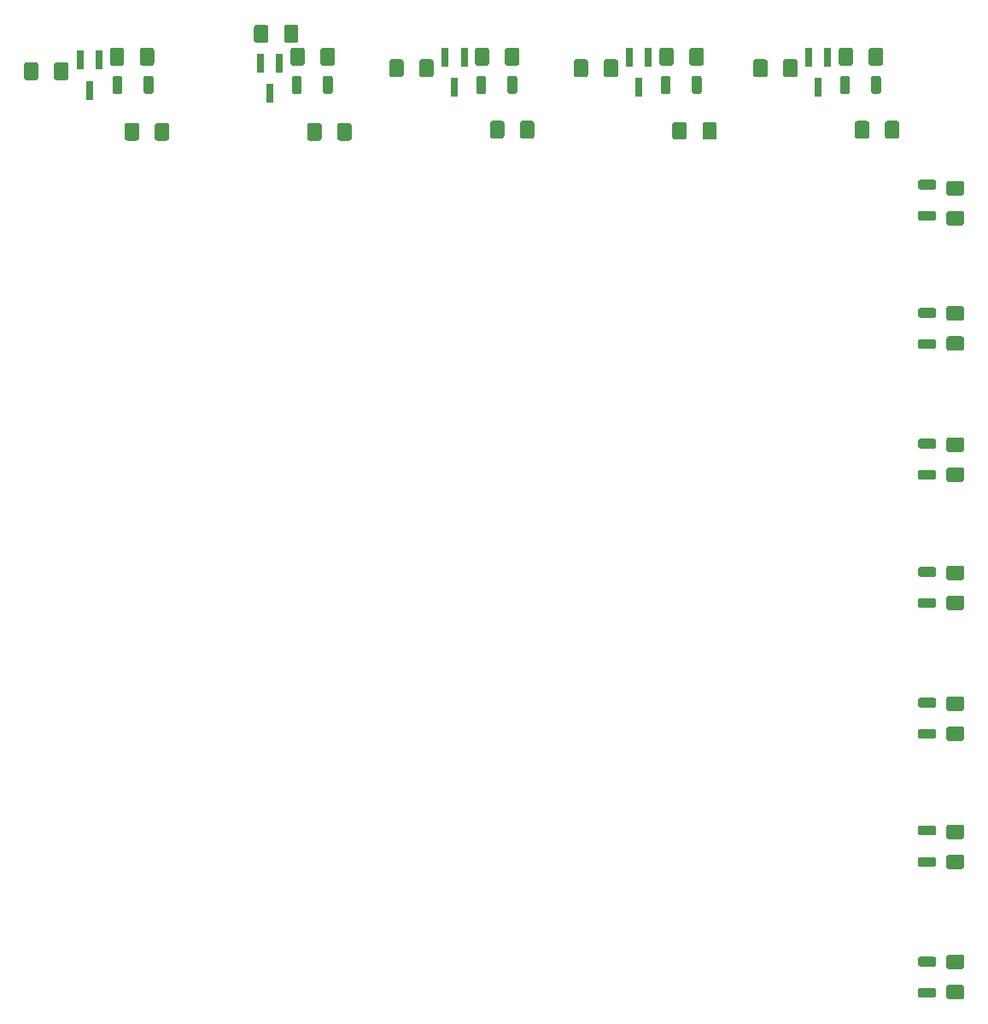
<source format=gbp>
G04 #@! TF.GenerationSoftware,KiCad,Pcbnew,(5.1.2)-1*
G04 #@! TF.CreationDate,2020-06-25T14:26:39+02:00*
G04 #@! TF.ProjectId,projet,70726f6a-6574-42e6-9b69-6361645f7063,rev?*
G04 #@! TF.SameCoordinates,Original*
G04 #@! TF.FileFunction,Paste,Bot*
G04 #@! TF.FilePolarity,Positive*
%FSLAX46Y46*%
G04 Gerber Fmt 4.6, Leading zero omitted, Abs format (unit mm)*
G04 Created by KiCad (PCBNEW (5.1.2)-1) date 2020-06-25 14:26:39*
%MOMM*%
%LPD*%
G04 APERTURE LIST*
%ADD10C,0.100000*%
%ADD11C,1.425000*%
%ADD12R,0.800000X1.900000*%
%ADD13C,0.950000*%
G04 APERTURE END LIST*
D10*
G36*
X104974504Y-91326204D02*
G01*
X104998773Y-91329804D01*
X105022571Y-91335765D01*
X105045671Y-91344030D01*
X105067849Y-91354520D01*
X105088893Y-91367133D01*
X105108598Y-91381747D01*
X105126777Y-91398223D01*
X105143253Y-91416402D01*
X105157867Y-91436107D01*
X105170480Y-91457151D01*
X105180970Y-91479329D01*
X105189235Y-91502429D01*
X105195196Y-91526227D01*
X105198796Y-91550496D01*
X105200000Y-91575000D01*
X105200000Y-92825000D01*
X105198796Y-92849504D01*
X105195196Y-92873773D01*
X105189235Y-92897571D01*
X105180970Y-92920671D01*
X105170480Y-92942849D01*
X105157867Y-92963893D01*
X105143253Y-92983598D01*
X105126777Y-93001777D01*
X105108598Y-93018253D01*
X105088893Y-93032867D01*
X105067849Y-93045480D01*
X105045671Y-93055970D01*
X105022571Y-93064235D01*
X104998773Y-93070196D01*
X104974504Y-93073796D01*
X104950000Y-93075000D01*
X104025000Y-93075000D01*
X104000496Y-93073796D01*
X103976227Y-93070196D01*
X103952429Y-93064235D01*
X103929329Y-93055970D01*
X103907151Y-93045480D01*
X103886107Y-93032867D01*
X103866402Y-93018253D01*
X103848223Y-93001777D01*
X103831747Y-92983598D01*
X103817133Y-92963893D01*
X103804520Y-92942849D01*
X103794030Y-92920671D01*
X103785765Y-92897571D01*
X103779804Y-92873773D01*
X103776204Y-92849504D01*
X103775000Y-92825000D01*
X103775000Y-91575000D01*
X103776204Y-91550496D01*
X103779804Y-91526227D01*
X103785765Y-91502429D01*
X103794030Y-91479329D01*
X103804520Y-91457151D01*
X103817133Y-91436107D01*
X103831747Y-91416402D01*
X103848223Y-91398223D01*
X103866402Y-91381747D01*
X103886107Y-91367133D01*
X103907151Y-91354520D01*
X103929329Y-91344030D01*
X103952429Y-91335765D01*
X103976227Y-91329804D01*
X104000496Y-91326204D01*
X104025000Y-91325000D01*
X104950000Y-91325000D01*
X104974504Y-91326204D01*
X104974504Y-91326204D01*
G37*
D11*
X104487500Y-92200000D03*
D10*
G36*
X101999504Y-91326204D02*
G01*
X102023773Y-91329804D01*
X102047571Y-91335765D01*
X102070671Y-91344030D01*
X102092849Y-91354520D01*
X102113893Y-91367133D01*
X102133598Y-91381747D01*
X102151777Y-91398223D01*
X102168253Y-91416402D01*
X102182867Y-91436107D01*
X102195480Y-91457151D01*
X102205970Y-91479329D01*
X102214235Y-91502429D01*
X102220196Y-91526227D01*
X102223796Y-91550496D01*
X102225000Y-91575000D01*
X102225000Y-92825000D01*
X102223796Y-92849504D01*
X102220196Y-92873773D01*
X102214235Y-92897571D01*
X102205970Y-92920671D01*
X102195480Y-92942849D01*
X102182867Y-92963893D01*
X102168253Y-92983598D01*
X102151777Y-93001777D01*
X102133598Y-93018253D01*
X102113893Y-93032867D01*
X102092849Y-93045480D01*
X102070671Y-93055970D01*
X102047571Y-93064235D01*
X102023773Y-93070196D01*
X101999504Y-93073796D01*
X101975000Y-93075000D01*
X101050000Y-93075000D01*
X101025496Y-93073796D01*
X101001227Y-93070196D01*
X100977429Y-93064235D01*
X100954329Y-93055970D01*
X100932151Y-93045480D01*
X100911107Y-93032867D01*
X100891402Y-93018253D01*
X100873223Y-93001777D01*
X100856747Y-92983598D01*
X100842133Y-92963893D01*
X100829520Y-92942849D01*
X100819030Y-92920671D01*
X100810765Y-92897571D01*
X100804804Y-92873773D01*
X100801204Y-92849504D01*
X100800000Y-92825000D01*
X100800000Y-91575000D01*
X100801204Y-91550496D01*
X100804804Y-91526227D01*
X100810765Y-91502429D01*
X100819030Y-91479329D01*
X100829520Y-91457151D01*
X100842133Y-91436107D01*
X100856747Y-91416402D01*
X100873223Y-91398223D01*
X100891402Y-91381747D01*
X100911107Y-91367133D01*
X100932151Y-91354520D01*
X100954329Y-91344030D01*
X100977429Y-91335765D01*
X101001227Y-91329804D01*
X101025496Y-91326204D01*
X101050000Y-91325000D01*
X101975000Y-91325000D01*
X101999504Y-91326204D01*
X101999504Y-91326204D01*
G37*
D11*
X101512500Y-92200000D03*
D10*
G36*
X94987004Y-85226204D02*
G01*
X95011273Y-85229804D01*
X95035071Y-85235765D01*
X95058171Y-85244030D01*
X95080349Y-85254520D01*
X95101393Y-85267133D01*
X95121098Y-85281747D01*
X95139277Y-85298223D01*
X95155753Y-85316402D01*
X95170367Y-85336107D01*
X95182980Y-85357151D01*
X95193470Y-85379329D01*
X95201735Y-85402429D01*
X95207696Y-85426227D01*
X95211296Y-85450496D01*
X95212500Y-85475000D01*
X95212500Y-86725000D01*
X95211296Y-86749504D01*
X95207696Y-86773773D01*
X95201735Y-86797571D01*
X95193470Y-86820671D01*
X95182980Y-86842849D01*
X95170367Y-86863893D01*
X95155753Y-86883598D01*
X95139277Y-86901777D01*
X95121098Y-86918253D01*
X95101393Y-86932867D01*
X95080349Y-86945480D01*
X95058171Y-86955970D01*
X95035071Y-86964235D01*
X95011273Y-86970196D01*
X94987004Y-86973796D01*
X94962500Y-86975000D01*
X94037500Y-86975000D01*
X94012996Y-86973796D01*
X93988727Y-86970196D01*
X93964929Y-86964235D01*
X93941829Y-86955970D01*
X93919651Y-86945480D01*
X93898607Y-86932867D01*
X93878902Y-86918253D01*
X93860723Y-86901777D01*
X93844247Y-86883598D01*
X93829633Y-86863893D01*
X93817020Y-86842849D01*
X93806530Y-86820671D01*
X93798265Y-86797571D01*
X93792304Y-86773773D01*
X93788704Y-86749504D01*
X93787500Y-86725000D01*
X93787500Y-85475000D01*
X93788704Y-85450496D01*
X93792304Y-85426227D01*
X93798265Y-85402429D01*
X93806530Y-85379329D01*
X93817020Y-85357151D01*
X93829633Y-85336107D01*
X93844247Y-85316402D01*
X93860723Y-85298223D01*
X93878902Y-85281747D01*
X93898607Y-85267133D01*
X93919651Y-85254520D01*
X93941829Y-85244030D01*
X93964929Y-85235765D01*
X93988727Y-85229804D01*
X94012996Y-85226204D01*
X94037500Y-85225000D01*
X94962500Y-85225000D01*
X94987004Y-85226204D01*
X94987004Y-85226204D01*
G37*
D11*
X94500000Y-86100000D03*
D10*
G36*
X92012004Y-85226204D02*
G01*
X92036273Y-85229804D01*
X92060071Y-85235765D01*
X92083171Y-85244030D01*
X92105349Y-85254520D01*
X92126393Y-85267133D01*
X92146098Y-85281747D01*
X92164277Y-85298223D01*
X92180753Y-85316402D01*
X92195367Y-85336107D01*
X92207980Y-85357151D01*
X92218470Y-85379329D01*
X92226735Y-85402429D01*
X92232696Y-85426227D01*
X92236296Y-85450496D01*
X92237500Y-85475000D01*
X92237500Y-86725000D01*
X92236296Y-86749504D01*
X92232696Y-86773773D01*
X92226735Y-86797571D01*
X92218470Y-86820671D01*
X92207980Y-86842849D01*
X92195367Y-86863893D01*
X92180753Y-86883598D01*
X92164277Y-86901777D01*
X92146098Y-86918253D01*
X92126393Y-86932867D01*
X92105349Y-86945480D01*
X92083171Y-86955970D01*
X92060071Y-86964235D01*
X92036273Y-86970196D01*
X92012004Y-86973796D01*
X91987500Y-86975000D01*
X91062500Y-86975000D01*
X91037996Y-86973796D01*
X91013727Y-86970196D01*
X90989929Y-86964235D01*
X90966829Y-86955970D01*
X90944651Y-86945480D01*
X90923607Y-86932867D01*
X90903902Y-86918253D01*
X90885723Y-86901777D01*
X90869247Y-86883598D01*
X90854633Y-86863893D01*
X90842020Y-86842849D01*
X90831530Y-86820671D01*
X90823265Y-86797571D01*
X90817304Y-86773773D01*
X90813704Y-86749504D01*
X90812500Y-86725000D01*
X90812500Y-85475000D01*
X90813704Y-85450496D01*
X90817304Y-85426227D01*
X90823265Y-85402429D01*
X90831530Y-85379329D01*
X90842020Y-85357151D01*
X90854633Y-85336107D01*
X90869247Y-85316402D01*
X90885723Y-85298223D01*
X90903902Y-85281747D01*
X90923607Y-85267133D01*
X90944651Y-85254520D01*
X90966829Y-85244030D01*
X90989929Y-85235765D01*
X91013727Y-85229804D01*
X91037996Y-85226204D01*
X91062500Y-85225000D01*
X91987500Y-85225000D01*
X92012004Y-85226204D01*
X92012004Y-85226204D01*
G37*
D11*
X91525000Y-86100000D03*
D10*
G36*
X141174504Y-91326204D02*
G01*
X141198773Y-91329804D01*
X141222571Y-91335765D01*
X141245671Y-91344030D01*
X141267849Y-91354520D01*
X141288893Y-91367133D01*
X141308598Y-91381747D01*
X141326777Y-91398223D01*
X141343253Y-91416402D01*
X141357867Y-91436107D01*
X141370480Y-91457151D01*
X141380970Y-91479329D01*
X141389235Y-91502429D01*
X141395196Y-91526227D01*
X141398796Y-91550496D01*
X141400000Y-91575000D01*
X141400000Y-92825000D01*
X141398796Y-92849504D01*
X141395196Y-92873773D01*
X141389235Y-92897571D01*
X141380970Y-92920671D01*
X141370480Y-92942849D01*
X141357867Y-92963893D01*
X141343253Y-92983598D01*
X141326777Y-93001777D01*
X141308598Y-93018253D01*
X141288893Y-93032867D01*
X141267849Y-93045480D01*
X141245671Y-93055970D01*
X141222571Y-93064235D01*
X141198773Y-93070196D01*
X141174504Y-93073796D01*
X141150000Y-93075000D01*
X140225000Y-93075000D01*
X140200496Y-93073796D01*
X140176227Y-93070196D01*
X140152429Y-93064235D01*
X140129329Y-93055970D01*
X140107151Y-93045480D01*
X140086107Y-93032867D01*
X140066402Y-93018253D01*
X140048223Y-93001777D01*
X140031747Y-92983598D01*
X140017133Y-92963893D01*
X140004520Y-92942849D01*
X139994030Y-92920671D01*
X139985765Y-92897571D01*
X139979804Y-92873773D01*
X139976204Y-92849504D01*
X139975000Y-92825000D01*
X139975000Y-91575000D01*
X139976204Y-91550496D01*
X139979804Y-91526227D01*
X139985765Y-91502429D01*
X139994030Y-91479329D01*
X140004520Y-91457151D01*
X140017133Y-91436107D01*
X140031747Y-91416402D01*
X140048223Y-91398223D01*
X140066402Y-91381747D01*
X140086107Y-91367133D01*
X140107151Y-91354520D01*
X140129329Y-91344030D01*
X140152429Y-91335765D01*
X140176227Y-91329804D01*
X140200496Y-91326204D01*
X140225000Y-91325000D01*
X141150000Y-91325000D01*
X141174504Y-91326204D01*
X141174504Y-91326204D01*
G37*
D11*
X140687500Y-92200000D03*
D10*
G36*
X138199504Y-91326204D02*
G01*
X138223773Y-91329804D01*
X138247571Y-91335765D01*
X138270671Y-91344030D01*
X138292849Y-91354520D01*
X138313893Y-91367133D01*
X138333598Y-91381747D01*
X138351777Y-91398223D01*
X138368253Y-91416402D01*
X138382867Y-91436107D01*
X138395480Y-91457151D01*
X138405970Y-91479329D01*
X138414235Y-91502429D01*
X138420196Y-91526227D01*
X138423796Y-91550496D01*
X138425000Y-91575000D01*
X138425000Y-92825000D01*
X138423796Y-92849504D01*
X138420196Y-92873773D01*
X138414235Y-92897571D01*
X138405970Y-92920671D01*
X138395480Y-92942849D01*
X138382867Y-92963893D01*
X138368253Y-92983598D01*
X138351777Y-93001777D01*
X138333598Y-93018253D01*
X138313893Y-93032867D01*
X138292849Y-93045480D01*
X138270671Y-93055970D01*
X138247571Y-93064235D01*
X138223773Y-93070196D01*
X138199504Y-93073796D01*
X138175000Y-93075000D01*
X137250000Y-93075000D01*
X137225496Y-93073796D01*
X137201227Y-93070196D01*
X137177429Y-93064235D01*
X137154329Y-93055970D01*
X137132151Y-93045480D01*
X137111107Y-93032867D01*
X137091402Y-93018253D01*
X137073223Y-93001777D01*
X137056747Y-92983598D01*
X137042133Y-92963893D01*
X137029520Y-92942849D01*
X137019030Y-92920671D01*
X137010765Y-92897571D01*
X137004804Y-92873773D01*
X137001204Y-92849504D01*
X137000000Y-92825000D01*
X137000000Y-91575000D01*
X137001204Y-91550496D01*
X137004804Y-91526227D01*
X137010765Y-91502429D01*
X137019030Y-91479329D01*
X137029520Y-91457151D01*
X137042133Y-91436107D01*
X137056747Y-91416402D01*
X137073223Y-91398223D01*
X137091402Y-91381747D01*
X137111107Y-91367133D01*
X137132151Y-91354520D01*
X137154329Y-91344030D01*
X137177429Y-91335765D01*
X137201227Y-91329804D01*
X137225496Y-91326204D01*
X137250000Y-91325000D01*
X138175000Y-91325000D01*
X138199504Y-91326204D01*
X138199504Y-91326204D01*
G37*
D11*
X137712500Y-92200000D03*
D10*
G36*
X131074504Y-85226204D02*
G01*
X131098773Y-85229804D01*
X131122571Y-85235765D01*
X131145671Y-85244030D01*
X131167849Y-85254520D01*
X131188893Y-85267133D01*
X131208598Y-85281747D01*
X131226777Y-85298223D01*
X131243253Y-85316402D01*
X131257867Y-85336107D01*
X131270480Y-85357151D01*
X131280970Y-85379329D01*
X131289235Y-85402429D01*
X131295196Y-85426227D01*
X131298796Y-85450496D01*
X131300000Y-85475000D01*
X131300000Y-86725000D01*
X131298796Y-86749504D01*
X131295196Y-86773773D01*
X131289235Y-86797571D01*
X131280970Y-86820671D01*
X131270480Y-86842849D01*
X131257867Y-86863893D01*
X131243253Y-86883598D01*
X131226777Y-86901777D01*
X131208598Y-86918253D01*
X131188893Y-86932867D01*
X131167849Y-86945480D01*
X131145671Y-86955970D01*
X131122571Y-86964235D01*
X131098773Y-86970196D01*
X131074504Y-86973796D01*
X131050000Y-86975000D01*
X130125000Y-86975000D01*
X130100496Y-86973796D01*
X130076227Y-86970196D01*
X130052429Y-86964235D01*
X130029329Y-86955970D01*
X130007151Y-86945480D01*
X129986107Y-86932867D01*
X129966402Y-86918253D01*
X129948223Y-86901777D01*
X129931747Y-86883598D01*
X129917133Y-86863893D01*
X129904520Y-86842849D01*
X129894030Y-86820671D01*
X129885765Y-86797571D01*
X129879804Y-86773773D01*
X129876204Y-86749504D01*
X129875000Y-86725000D01*
X129875000Y-85475000D01*
X129876204Y-85450496D01*
X129879804Y-85426227D01*
X129885765Y-85402429D01*
X129894030Y-85379329D01*
X129904520Y-85357151D01*
X129917133Y-85336107D01*
X129931747Y-85316402D01*
X129948223Y-85298223D01*
X129966402Y-85281747D01*
X129986107Y-85267133D01*
X130007151Y-85254520D01*
X130029329Y-85244030D01*
X130052429Y-85235765D01*
X130076227Y-85229804D01*
X130100496Y-85226204D01*
X130125000Y-85225000D01*
X131050000Y-85225000D01*
X131074504Y-85226204D01*
X131074504Y-85226204D01*
G37*
D11*
X130587500Y-86100000D03*
D10*
G36*
X128099504Y-85226204D02*
G01*
X128123773Y-85229804D01*
X128147571Y-85235765D01*
X128170671Y-85244030D01*
X128192849Y-85254520D01*
X128213893Y-85267133D01*
X128233598Y-85281747D01*
X128251777Y-85298223D01*
X128268253Y-85316402D01*
X128282867Y-85336107D01*
X128295480Y-85357151D01*
X128305970Y-85379329D01*
X128314235Y-85402429D01*
X128320196Y-85426227D01*
X128323796Y-85450496D01*
X128325000Y-85475000D01*
X128325000Y-86725000D01*
X128323796Y-86749504D01*
X128320196Y-86773773D01*
X128314235Y-86797571D01*
X128305970Y-86820671D01*
X128295480Y-86842849D01*
X128282867Y-86863893D01*
X128268253Y-86883598D01*
X128251777Y-86901777D01*
X128233598Y-86918253D01*
X128213893Y-86932867D01*
X128192849Y-86945480D01*
X128170671Y-86955970D01*
X128147571Y-86964235D01*
X128123773Y-86970196D01*
X128099504Y-86973796D01*
X128075000Y-86975000D01*
X127150000Y-86975000D01*
X127125496Y-86973796D01*
X127101227Y-86970196D01*
X127077429Y-86964235D01*
X127054329Y-86955970D01*
X127032151Y-86945480D01*
X127011107Y-86932867D01*
X126991402Y-86918253D01*
X126973223Y-86901777D01*
X126956747Y-86883598D01*
X126942133Y-86863893D01*
X126929520Y-86842849D01*
X126919030Y-86820671D01*
X126910765Y-86797571D01*
X126904804Y-86773773D01*
X126901204Y-86749504D01*
X126900000Y-86725000D01*
X126900000Y-85475000D01*
X126901204Y-85450496D01*
X126904804Y-85426227D01*
X126910765Y-85402429D01*
X126919030Y-85379329D01*
X126929520Y-85357151D01*
X126942133Y-85336107D01*
X126956747Y-85316402D01*
X126973223Y-85298223D01*
X126991402Y-85281747D01*
X127011107Y-85267133D01*
X127032151Y-85254520D01*
X127054329Y-85244030D01*
X127077429Y-85235765D01*
X127101227Y-85229804D01*
X127125496Y-85226204D01*
X127150000Y-85225000D01*
X128075000Y-85225000D01*
X128099504Y-85226204D01*
X128099504Y-85226204D01*
G37*
D11*
X127612500Y-86100000D03*
D10*
G36*
X86862004Y-91526204D02*
G01*
X86886273Y-91529804D01*
X86910071Y-91535765D01*
X86933171Y-91544030D01*
X86955349Y-91554520D01*
X86976393Y-91567133D01*
X86996098Y-91581747D01*
X87014277Y-91598223D01*
X87030753Y-91616402D01*
X87045367Y-91636107D01*
X87057980Y-91657151D01*
X87068470Y-91679329D01*
X87076735Y-91702429D01*
X87082696Y-91726227D01*
X87086296Y-91750496D01*
X87087500Y-91775000D01*
X87087500Y-93025000D01*
X87086296Y-93049504D01*
X87082696Y-93073773D01*
X87076735Y-93097571D01*
X87068470Y-93120671D01*
X87057980Y-93142849D01*
X87045367Y-93163893D01*
X87030753Y-93183598D01*
X87014277Y-93201777D01*
X86996098Y-93218253D01*
X86976393Y-93232867D01*
X86955349Y-93245480D01*
X86933171Y-93255970D01*
X86910071Y-93264235D01*
X86886273Y-93270196D01*
X86862004Y-93273796D01*
X86837500Y-93275000D01*
X85912500Y-93275000D01*
X85887996Y-93273796D01*
X85863727Y-93270196D01*
X85839929Y-93264235D01*
X85816829Y-93255970D01*
X85794651Y-93245480D01*
X85773607Y-93232867D01*
X85753902Y-93218253D01*
X85735723Y-93201777D01*
X85719247Y-93183598D01*
X85704633Y-93163893D01*
X85692020Y-93142849D01*
X85681530Y-93120671D01*
X85673265Y-93097571D01*
X85667304Y-93073773D01*
X85663704Y-93049504D01*
X85662500Y-93025000D01*
X85662500Y-91775000D01*
X85663704Y-91750496D01*
X85667304Y-91726227D01*
X85673265Y-91702429D01*
X85681530Y-91679329D01*
X85692020Y-91657151D01*
X85704633Y-91636107D01*
X85719247Y-91616402D01*
X85735723Y-91598223D01*
X85753902Y-91581747D01*
X85773607Y-91567133D01*
X85794651Y-91554520D01*
X85816829Y-91544030D01*
X85839929Y-91535765D01*
X85863727Y-91529804D01*
X85887996Y-91526204D01*
X85912500Y-91525000D01*
X86837500Y-91525000D01*
X86862004Y-91526204D01*
X86862004Y-91526204D01*
G37*
D11*
X86375000Y-92400000D03*
D10*
G36*
X83887004Y-91526204D02*
G01*
X83911273Y-91529804D01*
X83935071Y-91535765D01*
X83958171Y-91544030D01*
X83980349Y-91554520D01*
X84001393Y-91567133D01*
X84021098Y-91581747D01*
X84039277Y-91598223D01*
X84055753Y-91616402D01*
X84070367Y-91636107D01*
X84082980Y-91657151D01*
X84093470Y-91679329D01*
X84101735Y-91702429D01*
X84107696Y-91726227D01*
X84111296Y-91750496D01*
X84112500Y-91775000D01*
X84112500Y-93025000D01*
X84111296Y-93049504D01*
X84107696Y-93073773D01*
X84101735Y-93097571D01*
X84093470Y-93120671D01*
X84082980Y-93142849D01*
X84070367Y-93163893D01*
X84055753Y-93183598D01*
X84039277Y-93201777D01*
X84021098Y-93218253D01*
X84001393Y-93232867D01*
X83980349Y-93245480D01*
X83958171Y-93255970D01*
X83935071Y-93264235D01*
X83911273Y-93270196D01*
X83887004Y-93273796D01*
X83862500Y-93275000D01*
X82937500Y-93275000D01*
X82912996Y-93273796D01*
X82888727Y-93270196D01*
X82864929Y-93264235D01*
X82841829Y-93255970D01*
X82819651Y-93245480D01*
X82798607Y-93232867D01*
X82778902Y-93218253D01*
X82760723Y-93201777D01*
X82744247Y-93183598D01*
X82729633Y-93163893D01*
X82717020Y-93142849D01*
X82706530Y-93120671D01*
X82698265Y-93097571D01*
X82692304Y-93073773D01*
X82688704Y-93049504D01*
X82687500Y-93025000D01*
X82687500Y-91775000D01*
X82688704Y-91750496D01*
X82692304Y-91726227D01*
X82698265Y-91702429D01*
X82706530Y-91679329D01*
X82717020Y-91657151D01*
X82729633Y-91636107D01*
X82744247Y-91616402D01*
X82760723Y-91598223D01*
X82778902Y-91581747D01*
X82798607Y-91567133D01*
X82819651Y-91554520D01*
X82841829Y-91544030D01*
X82864929Y-91535765D01*
X82888727Y-91529804D01*
X82912996Y-91526204D01*
X82937500Y-91525000D01*
X83862500Y-91525000D01*
X83887004Y-91526204D01*
X83887004Y-91526204D01*
G37*
D11*
X83400000Y-92400000D03*
D10*
G36*
X78612004Y-81826204D02*
G01*
X78636273Y-81829804D01*
X78660071Y-81835765D01*
X78683171Y-81844030D01*
X78705349Y-81854520D01*
X78726393Y-81867133D01*
X78746098Y-81881747D01*
X78764277Y-81898223D01*
X78780753Y-81916402D01*
X78795367Y-81936107D01*
X78807980Y-81957151D01*
X78818470Y-81979329D01*
X78826735Y-82002429D01*
X78832696Y-82026227D01*
X78836296Y-82050496D01*
X78837500Y-82075000D01*
X78837500Y-83325000D01*
X78836296Y-83349504D01*
X78832696Y-83373773D01*
X78826735Y-83397571D01*
X78818470Y-83420671D01*
X78807980Y-83442849D01*
X78795367Y-83463893D01*
X78780753Y-83483598D01*
X78764277Y-83501777D01*
X78746098Y-83518253D01*
X78726393Y-83532867D01*
X78705349Y-83545480D01*
X78683171Y-83555970D01*
X78660071Y-83564235D01*
X78636273Y-83570196D01*
X78612004Y-83573796D01*
X78587500Y-83575000D01*
X77662500Y-83575000D01*
X77637996Y-83573796D01*
X77613727Y-83570196D01*
X77589929Y-83564235D01*
X77566829Y-83555970D01*
X77544651Y-83545480D01*
X77523607Y-83532867D01*
X77503902Y-83518253D01*
X77485723Y-83501777D01*
X77469247Y-83483598D01*
X77454633Y-83463893D01*
X77442020Y-83442849D01*
X77431530Y-83420671D01*
X77423265Y-83397571D01*
X77417304Y-83373773D01*
X77413704Y-83349504D01*
X77412500Y-83325000D01*
X77412500Y-82075000D01*
X77413704Y-82050496D01*
X77417304Y-82026227D01*
X77423265Y-82002429D01*
X77431530Y-81979329D01*
X77442020Y-81957151D01*
X77454633Y-81936107D01*
X77469247Y-81916402D01*
X77485723Y-81898223D01*
X77503902Y-81881747D01*
X77523607Y-81867133D01*
X77544651Y-81854520D01*
X77566829Y-81844030D01*
X77589929Y-81835765D01*
X77613727Y-81829804D01*
X77637996Y-81826204D01*
X77662500Y-81825000D01*
X78587500Y-81825000D01*
X78612004Y-81826204D01*
X78612004Y-81826204D01*
G37*
D11*
X78125000Y-82700000D03*
D10*
G36*
X81587004Y-81826204D02*
G01*
X81611273Y-81829804D01*
X81635071Y-81835765D01*
X81658171Y-81844030D01*
X81680349Y-81854520D01*
X81701393Y-81867133D01*
X81721098Y-81881747D01*
X81739277Y-81898223D01*
X81755753Y-81916402D01*
X81770367Y-81936107D01*
X81782980Y-81957151D01*
X81793470Y-81979329D01*
X81801735Y-82002429D01*
X81807696Y-82026227D01*
X81811296Y-82050496D01*
X81812500Y-82075000D01*
X81812500Y-83325000D01*
X81811296Y-83349504D01*
X81807696Y-83373773D01*
X81801735Y-83397571D01*
X81793470Y-83420671D01*
X81782980Y-83442849D01*
X81770367Y-83463893D01*
X81755753Y-83483598D01*
X81739277Y-83501777D01*
X81721098Y-83518253D01*
X81701393Y-83532867D01*
X81680349Y-83545480D01*
X81658171Y-83555970D01*
X81635071Y-83564235D01*
X81611273Y-83570196D01*
X81587004Y-83573796D01*
X81562500Y-83575000D01*
X80637500Y-83575000D01*
X80612996Y-83573796D01*
X80588727Y-83570196D01*
X80564929Y-83564235D01*
X80541829Y-83555970D01*
X80519651Y-83545480D01*
X80498607Y-83532867D01*
X80478902Y-83518253D01*
X80460723Y-83501777D01*
X80444247Y-83483598D01*
X80429633Y-83463893D01*
X80417020Y-83442849D01*
X80406530Y-83420671D01*
X80398265Y-83397571D01*
X80392304Y-83373773D01*
X80388704Y-83349504D01*
X80387500Y-83325000D01*
X80387500Y-82075000D01*
X80388704Y-82050496D01*
X80392304Y-82026227D01*
X80398265Y-82002429D01*
X80406530Y-81979329D01*
X80417020Y-81957151D01*
X80429633Y-81936107D01*
X80444247Y-81916402D01*
X80460723Y-81898223D01*
X80478902Y-81881747D01*
X80498607Y-81867133D01*
X80519651Y-81854520D01*
X80541829Y-81844030D01*
X80564929Y-81835765D01*
X80588727Y-81829804D01*
X80612996Y-81826204D01*
X80637500Y-81825000D01*
X81562500Y-81825000D01*
X81587004Y-81826204D01*
X81587004Y-81826204D01*
G37*
D11*
X81100000Y-82700000D03*
D10*
G36*
X123074504Y-91426204D02*
G01*
X123098773Y-91429804D01*
X123122571Y-91435765D01*
X123145671Y-91444030D01*
X123167849Y-91454520D01*
X123188893Y-91467133D01*
X123208598Y-91481747D01*
X123226777Y-91498223D01*
X123243253Y-91516402D01*
X123257867Y-91536107D01*
X123270480Y-91557151D01*
X123280970Y-91579329D01*
X123289235Y-91602429D01*
X123295196Y-91626227D01*
X123298796Y-91650496D01*
X123300000Y-91675000D01*
X123300000Y-92925000D01*
X123298796Y-92949504D01*
X123295196Y-92973773D01*
X123289235Y-92997571D01*
X123280970Y-93020671D01*
X123270480Y-93042849D01*
X123257867Y-93063893D01*
X123243253Y-93083598D01*
X123226777Y-93101777D01*
X123208598Y-93118253D01*
X123188893Y-93132867D01*
X123167849Y-93145480D01*
X123145671Y-93155970D01*
X123122571Y-93164235D01*
X123098773Y-93170196D01*
X123074504Y-93173796D01*
X123050000Y-93175000D01*
X122125000Y-93175000D01*
X122100496Y-93173796D01*
X122076227Y-93170196D01*
X122052429Y-93164235D01*
X122029329Y-93155970D01*
X122007151Y-93145480D01*
X121986107Y-93132867D01*
X121966402Y-93118253D01*
X121948223Y-93101777D01*
X121931747Y-93083598D01*
X121917133Y-93063893D01*
X121904520Y-93042849D01*
X121894030Y-93020671D01*
X121885765Y-92997571D01*
X121879804Y-92973773D01*
X121876204Y-92949504D01*
X121875000Y-92925000D01*
X121875000Y-91675000D01*
X121876204Y-91650496D01*
X121879804Y-91626227D01*
X121885765Y-91602429D01*
X121894030Y-91579329D01*
X121904520Y-91557151D01*
X121917133Y-91536107D01*
X121931747Y-91516402D01*
X121948223Y-91498223D01*
X121966402Y-91481747D01*
X121986107Y-91467133D01*
X122007151Y-91454520D01*
X122029329Y-91444030D01*
X122052429Y-91435765D01*
X122076227Y-91429804D01*
X122100496Y-91426204D01*
X122125000Y-91425000D01*
X123050000Y-91425000D01*
X123074504Y-91426204D01*
X123074504Y-91426204D01*
G37*
D11*
X122587500Y-92300000D03*
D10*
G36*
X120099504Y-91426204D02*
G01*
X120123773Y-91429804D01*
X120147571Y-91435765D01*
X120170671Y-91444030D01*
X120192849Y-91454520D01*
X120213893Y-91467133D01*
X120233598Y-91481747D01*
X120251777Y-91498223D01*
X120268253Y-91516402D01*
X120282867Y-91536107D01*
X120295480Y-91557151D01*
X120305970Y-91579329D01*
X120314235Y-91602429D01*
X120320196Y-91626227D01*
X120323796Y-91650496D01*
X120325000Y-91675000D01*
X120325000Y-92925000D01*
X120323796Y-92949504D01*
X120320196Y-92973773D01*
X120314235Y-92997571D01*
X120305970Y-93020671D01*
X120295480Y-93042849D01*
X120282867Y-93063893D01*
X120268253Y-93083598D01*
X120251777Y-93101777D01*
X120233598Y-93118253D01*
X120213893Y-93132867D01*
X120192849Y-93145480D01*
X120170671Y-93155970D01*
X120147571Y-93164235D01*
X120123773Y-93170196D01*
X120099504Y-93173796D01*
X120075000Y-93175000D01*
X119150000Y-93175000D01*
X119125496Y-93173796D01*
X119101227Y-93170196D01*
X119077429Y-93164235D01*
X119054329Y-93155970D01*
X119032151Y-93145480D01*
X119011107Y-93132867D01*
X118991402Y-93118253D01*
X118973223Y-93101777D01*
X118956747Y-93083598D01*
X118942133Y-93063893D01*
X118929520Y-93042849D01*
X118919030Y-93020671D01*
X118910765Y-92997571D01*
X118904804Y-92973773D01*
X118901204Y-92949504D01*
X118900000Y-92925000D01*
X118900000Y-91675000D01*
X118901204Y-91650496D01*
X118904804Y-91626227D01*
X118910765Y-91602429D01*
X118919030Y-91579329D01*
X118929520Y-91557151D01*
X118942133Y-91536107D01*
X118956747Y-91516402D01*
X118973223Y-91498223D01*
X118991402Y-91481747D01*
X119011107Y-91467133D01*
X119032151Y-91454520D01*
X119054329Y-91444030D01*
X119077429Y-91435765D01*
X119101227Y-91429804D01*
X119125496Y-91426204D01*
X119150000Y-91425000D01*
X120075000Y-91425000D01*
X120099504Y-91426204D01*
X120099504Y-91426204D01*
G37*
D11*
X119612500Y-92300000D03*
D10*
G36*
X113287004Y-85226204D02*
G01*
X113311273Y-85229804D01*
X113335071Y-85235765D01*
X113358171Y-85244030D01*
X113380349Y-85254520D01*
X113401393Y-85267133D01*
X113421098Y-85281747D01*
X113439277Y-85298223D01*
X113455753Y-85316402D01*
X113470367Y-85336107D01*
X113482980Y-85357151D01*
X113493470Y-85379329D01*
X113501735Y-85402429D01*
X113507696Y-85426227D01*
X113511296Y-85450496D01*
X113512500Y-85475000D01*
X113512500Y-86725000D01*
X113511296Y-86749504D01*
X113507696Y-86773773D01*
X113501735Y-86797571D01*
X113493470Y-86820671D01*
X113482980Y-86842849D01*
X113470367Y-86863893D01*
X113455753Y-86883598D01*
X113439277Y-86901777D01*
X113421098Y-86918253D01*
X113401393Y-86932867D01*
X113380349Y-86945480D01*
X113358171Y-86955970D01*
X113335071Y-86964235D01*
X113311273Y-86970196D01*
X113287004Y-86973796D01*
X113262500Y-86975000D01*
X112337500Y-86975000D01*
X112312996Y-86973796D01*
X112288727Y-86970196D01*
X112264929Y-86964235D01*
X112241829Y-86955970D01*
X112219651Y-86945480D01*
X112198607Y-86932867D01*
X112178902Y-86918253D01*
X112160723Y-86901777D01*
X112144247Y-86883598D01*
X112129633Y-86863893D01*
X112117020Y-86842849D01*
X112106530Y-86820671D01*
X112098265Y-86797571D01*
X112092304Y-86773773D01*
X112088704Y-86749504D01*
X112087500Y-86725000D01*
X112087500Y-85475000D01*
X112088704Y-85450496D01*
X112092304Y-85426227D01*
X112098265Y-85402429D01*
X112106530Y-85379329D01*
X112117020Y-85357151D01*
X112129633Y-85336107D01*
X112144247Y-85316402D01*
X112160723Y-85298223D01*
X112178902Y-85281747D01*
X112198607Y-85267133D01*
X112219651Y-85254520D01*
X112241829Y-85244030D01*
X112264929Y-85235765D01*
X112288727Y-85229804D01*
X112312996Y-85226204D01*
X112337500Y-85225000D01*
X113262500Y-85225000D01*
X113287004Y-85226204D01*
X113287004Y-85226204D01*
G37*
D11*
X112800000Y-86100000D03*
D10*
G36*
X110312004Y-85226204D02*
G01*
X110336273Y-85229804D01*
X110360071Y-85235765D01*
X110383171Y-85244030D01*
X110405349Y-85254520D01*
X110426393Y-85267133D01*
X110446098Y-85281747D01*
X110464277Y-85298223D01*
X110480753Y-85316402D01*
X110495367Y-85336107D01*
X110507980Y-85357151D01*
X110518470Y-85379329D01*
X110526735Y-85402429D01*
X110532696Y-85426227D01*
X110536296Y-85450496D01*
X110537500Y-85475000D01*
X110537500Y-86725000D01*
X110536296Y-86749504D01*
X110532696Y-86773773D01*
X110526735Y-86797571D01*
X110518470Y-86820671D01*
X110507980Y-86842849D01*
X110495367Y-86863893D01*
X110480753Y-86883598D01*
X110464277Y-86901777D01*
X110446098Y-86918253D01*
X110426393Y-86932867D01*
X110405349Y-86945480D01*
X110383171Y-86955970D01*
X110360071Y-86964235D01*
X110336273Y-86970196D01*
X110312004Y-86973796D01*
X110287500Y-86975000D01*
X109362500Y-86975000D01*
X109337996Y-86973796D01*
X109313727Y-86970196D01*
X109289929Y-86964235D01*
X109266829Y-86955970D01*
X109244651Y-86945480D01*
X109223607Y-86932867D01*
X109203902Y-86918253D01*
X109185723Y-86901777D01*
X109169247Y-86883598D01*
X109154633Y-86863893D01*
X109142020Y-86842849D01*
X109131530Y-86820671D01*
X109123265Y-86797571D01*
X109117304Y-86773773D01*
X109113704Y-86749504D01*
X109112500Y-86725000D01*
X109112500Y-85475000D01*
X109113704Y-85450496D01*
X109117304Y-85426227D01*
X109123265Y-85402429D01*
X109131530Y-85379329D01*
X109142020Y-85357151D01*
X109154633Y-85336107D01*
X109169247Y-85316402D01*
X109185723Y-85298223D01*
X109203902Y-85281747D01*
X109223607Y-85267133D01*
X109244651Y-85254520D01*
X109266829Y-85244030D01*
X109289929Y-85235765D01*
X109313727Y-85229804D01*
X109337996Y-85226204D01*
X109362500Y-85225000D01*
X110287500Y-85225000D01*
X110312004Y-85226204D01*
X110312004Y-85226204D01*
G37*
D11*
X109825000Y-86100000D03*
D10*
G36*
X68774504Y-91526204D02*
G01*
X68798773Y-91529804D01*
X68822571Y-91535765D01*
X68845671Y-91544030D01*
X68867849Y-91554520D01*
X68888893Y-91567133D01*
X68908598Y-91581747D01*
X68926777Y-91598223D01*
X68943253Y-91616402D01*
X68957867Y-91636107D01*
X68970480Y-91657151D01*
X68980970Y-91679329D01*
X68989235Y-91702429D01*
X68995196Y-91726227D01*
X68998796Y-91750496D01*
X69000000Y-91775000D01*
X69000000Y-93025000D01*
X68998796Y-93049504D01*
X68995196Y-93073773D01*
X68989235Y-93097571D01*
X68980970Y-93120671D01*
X68970480Y-93142849D01*
X68957867Y-93163893D01*
X68943253Y-93183598D01*
X68926777Y-93201777D01*
X68908598Y-93218253D01*
X68888893Y-93232867D01*
X68867849Y-93245480D01*
X68845671Y-93255970D01*
X68822571Y-93264235D01*
X68798773Y-93270196D01*
X68774504Y-93273796D01*
X68750000Y-93275000D01*
X67825000Y-93275000D01*
X67800496Y-93273796D01*
X67776227Y-93270196D01*
X67752429Y-93264235D01*
X67729329Y-93255970D01*
X67707151Y-93245480D01*
X67686107Y-93232867D01*
X67666402Y-93218253D01*
X67648223Y-93201777D01*
X67631747Y-93183598D01*
X67617133Y-93163893D01*
X67604520Y-93142849D01*
X67594030Y-93120671D01*
X67585765Y-93097571D01*
X67579804Y-93073773D01*
X67576204Y-93049504D01*
X67575000Y-93025000D01*
X67575000Y-91775000D01*
X67576204Y-91750496D01*
X67579804Y-91726227D01*
X67585765Y-91702429D01*
X67594030Y-91679329D01*
X67604520Y-91657151D01*
X67617133Y-91636107D01*
X67631747Y-91616402D01*
X67648223Y-91598223D01*
X67666402Y-91581747D01*
X67686107Y-91567133D01*
X67707151Y-91554520D01*
X67729329Y-91544030D01*
X67752429Y-91535765D01*
X67776227Y-91529804D01*
X67800496Y-91526204D01*
X67825000Y-91525000D01*
X68750000Y-91525000D01*
X68774504Y-91526204D01*
X68774504Y-91526204D01*
G37*
D11*
X68287500Y-92400000D03*
D10*
G36*
X65799504Y-91526204D02*
G01*
X65823773Y-91529804D01*
X65847571Y-91535765D01*
X65870671Y-91544030D01*
X65892849Y-91554520D01*
X65913893Y-91567133D01*
X65933598Y-91581747D01*
X65951777Y-91598223D01*
X65968253Y-91616402D01*
X65982867Y-91636107D01*
X65995480Y-91657151D01*
X66005970Y-91679329D01*
X66014235Y-91702429D01*
X66020196Y-91726227D01*
X66023796Y-91750496D01*
X66025000Y-91775000D01*
X66025000Y-93025000D01*
X66023796Y-93049504D01*
X66020196Y-93073773D01*
X66014235Y-93097571D01*
X66005970Y-93120671D01*
X65995480Y-93142849D01*
X65982867Y-93163893D01*
X65968253Y-93183598D01*
X65951777Y-93201777D01*
X65933598Y-93218253D01*
X65913893Y-93232867D01*
X65892849Y-93245480D01*
X65870671Y-93255970D01*
X65847571Y-93264235D01*
X65823773Y-93270196D01*
X65799504Y-93273796D01*
X65775000Y-93275000D01*
X64850000Y-93275000D01*
X64825496Y-93273796D01*
X64801227Y-93270196D01*
X64777429Y-93264235D01*
X64754329Y-93255970D01*
X64732151Y-93245480D01*
X64711107Y-93232867D01*
X64691402Y-93218253D01*
X64673223Y-93201777D01*
X64656747Y-93183598D01*
X64642133Y-93163893D01*
X64629520Y-93142849D01*
X64619030Y-93120671D01*
X64610765Y-93097571D01*
X64604804Y-93073773D01*
X64601204Y-93049504D01*
X64600000Y-93025000D01*
X64600000Y-91775000D01*
X64601204Y-91750496D01*
X64604804Y-91726227D01*
X64610765Y-91702429D01*
X64619030Y-91679329D01*
X64629520Y-91657151D01*
X64642133Y-91636107D01*
X64656747Y-91616402D01*
X64673223Y-91598223D01*
X64691402Y-91581747D01*
X64711107Y-91567133D01*
X64732151Y-91554520D01*
X64754329Y-91544030D01*
X64777429Y-91535765D01*
X64801227Y-91529804D01*
X64825496Y-91526204D01*
X64850000Y-91525000D01*
X65775000Y-91525000D01*
X65799504Y-91526204D01*
X65799504Y-91526204D01*
G37*
D11*
X65312500Y-92400000D03*
D10*
G36*
X58787004Y-85526204D02*
G01*
X58811273Y-85529804D01*
X58835071Y-85535765D01*
X58858171Y-85544030D01*
X58880349Y-85554520D01*
X58901393Y-85567133D01*
X58921098Y-85581747D01*
X58939277Y-85598223D01*
X58955753Y-85616402D01*
X58970367Y-85636107D01*
X58982980Y-85657151D01*
X58993470Y-85679329D01*
X59001735Y-85702429D01*
X59007696Y-85726227D01*
X59011296Y-85750496D01*
X59012500Y-85775000D01*
X59012500Y-87025000D01*
X59011296Y-87049504D01*
X59007696Y-87073773D01*
X59001735Y-87097571D01*
X58993470Y-87120671D01*
X58982980Y-87142849D01*
X58970367Y-87163893D01*
X58955753Y-87183598D01*
X58939277Y-87201777D01*
X58921098Y-87218253D01*
X58901393Y-87232867D01*
X58880349Y-87245480D01*
X58858171Y-87255970D01*
X58835071Y-87264235D01*
X58811273Y-87270196D01*
X58787004Y-87273796D01*
X58762500Y-87275000D01*
X57837500Y-87275000D01*
X57812996Y-87273796D01*
X57788727Y-87270196D01*
X57764929Y-87264235D01*
X57741829Y-87255970D01*
X57719651Y-87245480D01*
X57698607Y-87232867D01*
X57678902Y-87218253D01*
X57660723Y-87201777D01*
X57644247Y-87183598D01*
X57629633Y-87163893D01*
X57617020Y-87142849D01*
X57606530Y-87120671D01*
X57598265Y-87097571D01*
X57592304Y-87073773D01*
X57588704Y-87049504D01*
X57587500Y-87025000D01*
X57587500Y-85775000D01*
X57588704Y-85750496D01*
X57592304Y-85726227D01*
X57598265Y-85702429D01*
X57606530Y-85679329D01*
X57617020Y-85657151D01*
X57629633Y-85636107D01*
X57644247Y-85616402D01*
X57660723Y-85598223D01*
X57678902Y-85581747D01*
X57698607Y-85567133D01*
X57719651Y-85554520D01*
X57741829Y-85544030D01*
X57764929Y-85535765D01*
X57788727Y-85529804D01*
X57812996Y-85526204D01*
X57837500Y-85525000D01*
X58762500Y-85525000D01*
X58787004Y-85526204D01*
X58787004Y-85526204D01*
G37*
D11*
X58300000Y-86400000D03*
D10*
G36*
X55812004Y-85526204D02*
G01*
X55836273Y-85529804D01*
X55860071Y-85535765D01*
X55883171Y-85544030D01*
X55905349Y-85554520D01*
X55926393Y-85567133D01*
X55946098Y-85581747D01*
X55964277Y-85598223D01*
X55980753Y-85616402D01*
X55995367Y-85636107D01*
X56007980Y-85657151D01*
X56018470Y-85679329D01*
X56026735Y-85702429D01*
X56032696Y-85726227D01*
X56036296Y-85750496D01*
X56037500Y-85775000D01*
X56037500Y-87025000D01*
X56036296Y-87049504D01*
X56032696Y-87073773D01*
X56026735Y-87097571D01*
X56018470Y-87120671D01*
X56007980Y-87142849D01*
X55995367Y-87163893D01*
X55980753Y-87183598D01*
X55964277Y-87201777D01*
X55946098Y-87218253D01*
X55926393Y-87232867D01*
X55905349Y-87245480D01*
X55883171Y-87255970D01*
X55860071Y-87264235D01*
X55836273Y-87270196D01*
X55812004Y-87273796D01*
X55787500Y-87275000D01*
X54862500Y-87275000D01*
X54837996Y-87273796D01*
X54813727Y-87270196D01*
X54789929Y-87264235D01*
X54766829Y-87255970D01*
X54744651Y-87245480D01*
X54723607Y-87232867D01*
X54703902Y-87218253D01*
X54685723Y-87201777D01*
X54669247Y-87183598D01*
X54654633Y-87163893D01*
X54642020Y-87142849D01*
X54631530Y-87120671D01*
X54623265Y-87097571D01*
X54617304Y-87073773D01*
X54613704Y-87049504D01*
X54612500Y-87025000D01*
X54612500Y-85775000D01*
X54613704Y-85750496D01*
X54617304Y-85726227D01*
X54623265Y-85702429D01*
X54631530Y-85679329D01*
X54642020Y-85657151D01*
X54654633Y-85636107D01*
X54669247Y-85616402D01*
X54685723Y-85598223D01*
X54703902Y-85581747D01*
X54723607Y-85567133D01*
X54744651Y-85554520D01*
X54766829Y-85544030D01*
X54789929Y-85535765D01*
X54813727Y-85529804D01*
X54837996Y-85526204D01*
X54862500Y-85525000D01*
X55787500Y-85525000D01*
X55812004Y-85526204D01*
X55812004Y-85526204D01*
G37*
D11*
X55325000Y-86400000D03*
D12*
X133350000Y-88000000D03*
X134300000Y-85000000D03*
X132400000Y-85000000D03*
X115550000Y-88000000D03*
X116500000Y-85000000D03*
X114600000Y-85000000D03*
X97300000Y-88000000D03*
X98250000Y-85000000D03*
X96350000Y-85000000D03*
X79000000Y-88600000D03*
X79950000Y-85600000D03*
X78050000Y-85600000D03*
X61100000Y-88300000D03*
X62050000Y-85300000D03*
X60150000Y-85300000D03*
D10*
G36*
X147588504Y-173913704D02*
G01*
X147612773Y-173917304D01*
X147636571Y-173923265D01*
X147659671Y-173931530D01*
X147681849Y-173942020D01*
X147702893Y-173954633D01*
X147722598Y-173969247D01*
X147740777Y-173985723D01*
X147757253Y-174003902D01*
X147771867Y-174023607D01*
X147784480Y-174044651D01*
X147794970Y-174066829D01*
X147803235Y-174089929D01*
X147809196Y-174113727D01*
X147812796Y-174137996D01*
X147814000Y-174162500D01*
X147814000Y-175087500D01*
X147812796Y-175112004D01*
X147809196Y-175136273D01*
X147803235Y-175160071D01*
X147794970Y-175183171D01*
X147784480Y-175205349D01*
X147771867Y-175226393D01*
X147757253Y-175246098D01*
X147740777Y-175264277D01*
X147722598Y-175280753D01*
X147702893Y-175295367D01*
X147681849Y-175307980D01*
X147659671Y-175318470D01*
X147636571Y-175326735D01*
X147612773Y-175332696D01*
X147588504Y-175336296D01*
X147564000Y-175337500D01*
X146314000Y-175337500D01*
X146289496Y-175336296D01*
X146265227Y-175332696D01*
X146241429Y-175326735D01*
X146218329Y-175318470D01*
X146196151Y-175307980D01*
X146175107Y-175295367D01*
X146155402Y-175280753D01*
X146137223Y-175264277D01*
X146120747Y-175246098D01*
X146106133Y-175226393D01*
X146093520Y-175205349D01*
X146083030Y-175183171D01*
X146074765Y-175160071D01*
X146068804Y-175136273D01*
X146065204Y-175112004D01*
X146064000Y-175087500D01*
X146064000Y-174162500D01*
X146065204Y-174137996D01*
X146068804Y-174113727D01*
X146074765Y-174089929D01*
X146083030Y-174066829D01*
X146093520Y-174044651D01*
X146106133Y-174023607D01*
X146120747Y-174003902D01*
X146137223Y-173985723D01*
X146155402Y-173969247D01*
X146175107Y-173954633D01*
X146196151Y-173942020D01*
X146218329Y-173931530D01*
X146241429Y-173923265D01*
X146265227Y-173917304D01*
X146289496Y-173913704D01*
X146314000Y-173912500D01*
X147564000Y-173912500D01*
X147588504Y-173913704D01*
X147588504Y-173913704D01*
G37*
D11*
X146939000Y-174625000D03*
D10*
G36*
X147588504Y-176888704D02*
G01*
X147612773Y-176892304D01*
X147636571Y-176898265D01*
X147659671Y-176906530D01*
X147681849Y-176917020D01*
X147702893Y-176929633D01*
X147722598Y-176944247D01*
X147740777Y-176960723D01*
X147757253Y-176978902D01*
X147771867Y-176998607D01*
X147784480Y-177019651D01*
X147794970Y-177041829D01*
X147803235Y-177064929D01*
X147809196Y-177088727D01*
X147812796Y-177112996D01*
X147814000Y-177137500D01*
X147814000Y-178062500D01*
X147812796Y-178087004D01*
X147809196Y-178111273D01*
X147803235Y-178135071D01*
X147794970Y-178158171D01*
X147784480Y-178180349D01*
X147771867Y-178201393D01*
X147757253Y-178221098D01*
X147740777Y-178239277D01*
X147722598Y-178255753D01*
X147702893Y-178270367D01*
X147681849Y-178282980D01*
X147659671Y-178293470D01*
X147636571Y-178301735D01*
X147612773Y-178307696D01*
X147588504Y-178311296D01*
X147564000Y-178312500D01*
X146314000Y-178312500D01*
X146289496Y-178311296D01*
X146265227Y-178307696D01*
X146241429Y-178301735D01*
X146218329Y-178293470D01*
X146196151Y-178282980D01*
X146175107Y-178270367D01*
X146155402Y-178255753D01*
X146137223Y-178239277D01*
X146120747Y-178221098D01*
X146106133Y-178201393D01*
X146093520Y-178180349D01*
X146083030Y-178158171D01*
X146074765Y-178135071D01*
X146068804Y-178111273D01*
X146065204Y-178087004D01*
X146064000Y-178062500D01*
X146064000Y-177137500D01*
X146065204Y-177112996D01*
X146068804Y-177088727D01*
X146074765Y-177064929D01*
X146083030Y-177041829D01*
X146093520Y-177019651D01*
X146106133Y-176998607D01*
X146120747Y-176978902D01*
X146137223Y-176960723D01*
X146155402Y-176944247D01*
X146175107Y-176929633D01*
X146196151Y-176917020D01*
X146218329Y-176906530D01*
X146241429Y-176898265D01*
X146265227Y-176892304D01*
X146289496Y-176888704D01*
X146314000Y-176887500D01*
X147564000Y-176887500D01*
X147588504Y-176888704D01*
X147588504Y-176888704D01*
G37*
D11*
X146939000Y-177600000D03*
D10*
G36*
X147588504Y-161032704D02*
G01*
X147612773Y-161036304D01*
X147636571Y-161042265D01*
X147659671Y-161050530D01*
X147681849Y-161061020D01*
X147702893Y-161073633D01*
X147722598Y-161088247D01*
X147740777Y-161104723D01*
X147757253Y-161122902D01*
X147771867Y-161142607D01*
X147784480Y-161163651D01*
X147794970Y-161185829D01*
X147803235Y-161208929D01*
X147809196Y-161232727D01*
X147812796Y-161256996D01*
X147814000Y-161281500D01*
X147814000Y-162206500D01*
X147812796Y-162231004D01*
X147809196Y-162255273D01*
X147803235Y-162279071D01*
X147794970Y-162302171D01*
X147784480Y-162324349D01*
X147771867Y-162345393D01*
X147757253Y-162365098D01*
X147740777Y-162383277D01*
X147722598Y-162399753D01*
X147702893Y-162414367D01*
X147681849Y-162426980D01*
X147659671Y-162437470D01*
X147636571Y-162445735D01*
X147612773Y-162451696D01*
X147588504Y-162455296D01*
X147564000Y-162456500D01*
X146314000Y-162456500D01*
X146289496Y-162455296D01*
X146265227Y-162451696D01*
X146241429Y-162445735D01*
X146218329Y-162437470D01*
X146196151Y-162426980D01*
X146175107Y-162414367D01*
X146155402Y-162399753D01*
X146137223Y-162383277D01*
X146120747Y-162365098D01*
X146106133Y-162345393D01*
X146093520Y-162324349D01*
X146083030Y-162302171D01*
X146074765Y-162279071D01*
X146068804Y-162255273D01*
X146065204Y-162231004D01*
X146064000Y-162206500D01*
X146064000Y-161281500D01*
X146065204Y-161256996D01*
X146068804Y-161232727D01*
X146074765Y-161208929D01*
X146083030Y-161185829D01*
X146093520Y-161163651D01*
X146106133Y-161142607D01*
X146120747Y-161122902D01*
X146137223Y-161104723D01*
X146155402Y-161088247D01*
X146175107Y-161073633D01*
X146196151Y-161061020D01*
X146218329Y-161050530D01*
X146241429Y-161042265D01*
X146265227Y-161036304D01*
X146289496Y-161032704D01*
X146314000Y-161031500D01*
X147564000Y-161031500D01*
X147588504Y-161032704D01*
X147588504Y-161032704D01*
G37*
D11*
X146939000Y-161744000D03*
D10*
G36*
X147588504Y-164007704D02*
G01*
X147612773Y-164011304D01*
X147636571Y-164017265D01*
X147659671Y-164025530D01*
X147681849Y-164036020D01*
X147702893Y-164048633D01*
X147722598Y-164063247D01*
X147740777Y-164079723D01*
X147757253Y-164097902D01*
X147771867Y-164117607D01*
X147784480Y-164138651D01*
X147794970Y-164160829D01*
X147803235Y-164183929D01*
X147809196Y-164207727D01*
X147812796Y-164231996D01*
X147814000Y-164256500D01*
X147814000Y-165181500D01*
X147812796Y-165206004D01*
X147809196Y-165230273D01*
X147803235Y-165254071D01*
X147794970Y-165277171D01*
X147784480Y-165299349D01*
X147771867Y-165320393D01*
X147757253Y-165340098D01*
X147740777Y-165358277D01*
X147722598Y-165374753D01*
X147702893Y-165389367D01*
X147681849Y-165401980D01*
X147659671Y-165412470D01*
X147636571Y-165420735D01*
X147612773Y-165426696D01*
X147588504Y-165430296D01*
X147564000Y-165431500D01*
X146314000Y-165431500D01*
X146289496Y-165430296D01*
X146265227Y-165426696D01*
X146241429Y-165420735D01*
X146218329Y-165412470D01*
X146196151Y-165401980D01*
X146175107Y-165389367D01*
X146155402Y-165374753D01*
X146137223Y-165358277D01*
X146120747Y-165340098D01*
X146106133Y-165320393D01*
X146093520Y-165299349D01*
X146083030Y-165277171D01*
X146074765Y-165254071D01*
X146068804Y-165230273D01*
X146065204Y-165206004D01*
X146064000Y-165181500D01*
X146064000Y-164256500D01*
X146065204Y-164231996D01*
X146068804Y-164207727D01*
X146074765Y-164183929D01*
X146083030Y-164160829D01*
X146093520Y-164138651D01*
X146106133Y-164117607D01*
X146120747Y-164097902D01*
X146137223Y-164079723D01*
X146155402Y-164063247D01*
X146175107Y-164048633D01*
X146196151Y-164036020D01*
X146218329Y-164025530D01*
X146241429Y-164017265D01*
X146265227Y-164011304D01*
X146289496Y-164007704D01*
X146314000Y-164006500D01*
X147564000Y-164006500D01*
X147588504Y-164007704D01*
X147588504Y-164007704D01*
G37*
D11*
X146939000Y-164719000D03*
D10*
G36*
X147588504Y-148332704D02*
G01*
X147612773Y-148336304D01*
X147636571Y-148342265D01*
X147659671Y-148350530D01*
X147681849Y-148361020D01*
X147702893Y-148373633D01*
X147722598Y-148388247D01*
X147740777Y-148404723D01*
X147757253Y-148422902D01*
X147771867Y-148442607D01*
X147784480Y-148463651D01*
X147794970Y-148485829D01*
X147803235Y-148508929D01*
X147809196Y-148532727D01*
X147812796Y-148556996D01*
X147814000Y-148581500D01*
X147814000Y-149506500D01*
X147812796Y-149531004D01*
X147809196Y-149555273D01*
X147803235Y-149579071D01*
X147794970Y-149602171D01*
X147784480Y-149624349D01*
X147771867Y-149645393D01*
X147757253Y-149665098D01*
X147740777Y-149683277D01*
X147722598Y-149699753D01*
X147702893Y-149714367D01*
X147681849Y-149726980D01*
X147659671Y-149737470D01*
X147636571Y-149745735D01*
X147612773Y-149751696D01*
X147588504Y-149755296D01*
X147564000Y-149756500D01*
X146314000Y-149756500D01*
X146289496Y-149755296D01*
X146265227Y-149751696D01*
X146241429Y-149745735D01*
X146218329Y-149737470D01*
X146196151Y-149726980D01*
X146175107Y-149714367D01*
X146155402Y-149699753D01*
X146137223Y-149683277D01*
X146120747Y-149665098D01*
X146106133Y-149645393D01*
X146093520Y-149624349D01*
X146083030Y-149602171D01*
X146074765Y-149579071D01*
X146068804Y-149555273D01*
X146065204Y-149531004D01*
X146064000Y-149506500D01*
X146064000Y-148581500D01*
X146065204Y-148556996D01*
X146068804Y-148532727D01*
X146074765Y-148508929D01*
X146083030Y-148485829D01*
X146093520Y-148463651D01*
X146106133Y-148442607D01*
X146120747Y-148422902D01*
X146137223Y-148404723D01*
X146155402Y-148388247D01*
X146175107Y-148373633D01*
X146196151Y-148361020D01*
X146218329Y-148350530D01*
X146241429Y-148342265D01*
X146265227Y-148336304D01*
X146289496Y-148332704D01*
X146314000Y-148331500D01*
X147564000Y-148331500D01*
X147588504Y-148332704D01*
X147588504Y-148332704D01*
G37*
D11*
X146939000Y-149044000D03*
D10*
G36*
X147588504Y-151307704D02*
G01*
X147612773Y-151311304D01*
X147636571Y-151317265D01*
X147659671Y-151325530D01*
X147681849Y-151336020D01*
X147702893Y-151348633D01*
X147722598Y-151363247D01*
X147740777Y-151379723D01*
X147757253Y-151397902D01*
X147771867Y-151417607D01*
X147784480Y-151438651D01*
X147794970Y-151460829D01*
X147803235Y-151483929D01*
X147809196Y-151507727D01*
X147812796Y-151531996D01*
X147814000Y-151556500D01*
X147814000Y-152481500D01*
X147812796Y-152506004D01*
X147809196Y-152530273D01*
X147803235Y-152554071D01*
X147794970Y-152577171D01*
X147784480Y-152599349D01*
X147771867Y-152620393D01*
X147757253Y-152640098D01*
X147740777Y-152658277D01*
X147722598Y-152674753D01*
X147702893Y-152689367D01*
X147681849Y-152701980D01*
X147659671Y-152712470D01*
X147636571Y-152720735D01*
X147612773Y-152726696D01*
X147588504Y-152730296D01*
X147564000Y-152731500D01*
X146314000Y-152731500D01*
X146289496Y-152730296D01*
X146265227Y-152726696D01*
X146241429Y-152720735D01*
X146218329Y-152712470D01*
X146196151Y-152701980D01*
X146175107Y-152689367D01*
X146155402Y-152674753D01*
X146137223Y-152658277D01*
X146120747Y-152640098D01*
X146106133Y-152620393D01*
X146093520Y-152599349D01*
X146083030Y-152577171D01*
X146074765Y-152554071D01*
X146068804Y-152530273D01*
X146065204Y-152506004D01*
X146064000Y-152481500D01*
X146064000Y-151556500D01*
X146065204Y-151531996D01*
X146068804Y-151507727D01*
X146074765Y-151483929D01*
X146083030Y-151460829D01*
X146093520Y-151438651D01*
X146106133Y-151417607D01*
X146120747Y-151397902D01*
X146137223Y-151379723D01*
X146155402Y-151363247D01*
X146175107Y-151348633D01*
X146196151Y-151336020D01*
X146218329Y-151325530D01*
X146241429Y-151317265D01*
X146265227Y-151311304D01*
X146289496Y-151307704D01*
X146314000Y-151306500D01*
X147564000Y-151306500D01*
X147588504Y-151307704D01*
X147588504Y-151307704D01*
G37*
D11*
X146939000Y-152019000D03*
D10*
G36*
X147588504Y-135378704D02*
G01*
X147612773Y-135382304D01*
X147636571Y-135388265D01*
X147659671Y-135396530D01*
X147681849Y-135407020D01*
X147702893Y-135419633D01*
X147722598Y-135434247D01*
X147740777Y-135450723D01*
X147757253Y-135468902D01*
X147771867Y-135488607D01*
X147784480Y-135509651D01*
X147794970Y-135531829D01*
X147803235Y-135554929D01*
X147809196Y-135578727D01*
X147812796Y-135602996D01*
X147814000Y-135627500D01*
X147814000Y-136552500D01*
X147812796Y-136577004D01*
X147809196Y-136601273D01*
X147803235Y-136625071D01*
X147794970Y-136648171D01*
X147784480Y-136670349D01*
X147771867Y-136691393D01*
X147757253Y-136711098D01*
X147740777Y-136729277D01*
X147722598Y-136745753D01*
X147702893Y-136760367D01*
X147681849Y-136772980D01*
X147659671Y-136783470D01*
X147636571Y-136791735D01*
X147612773Y-136797696D01*
X147588504Y-136801296D01*
X147564000Y-136802500D01*
X146314000Y-136802500D01*
X146289496Y-136801296D01*
X146265227Y-136797696D01*
X146241429Y-136791735D01*
X146218329Y-136783470D01*
X146196151Y-136772980D01*
X146175107Y-136760367D01*
X146155402Y-136745753D01*
X146137223Y-136729277D01*
X146120747Y-136711098D01*
X146106133Y-136691393D01*
X146093520Y-136670349D01*
X146083030Y-136648171D01*
X146074765Y-136625071D01*
X146068804Y-136601273D01*
X146065204Y-136577004D01*
X146064000Y-136552500D01*
X146064000Y-135627500D01*
X146065204Y-135602996D01*
X146068804Y-135578727D01*
X146074765Y-135554929D01*
X146083030Y-135531829D01*
X146093520Y-135509651D01*
X146106133Y-135488607D01*
X146120747Y-135468902D01*
X146137223Y-135450723D01*
X146155402Y-135434247D01*
X146175107Y-135419633D01*
X146196151Y-135407020D01*
X146218329Y-135396530D01*
X146241429Y-135388265D01*
X146265227Y-135382304D01*
X146289496Y-135378704D01*
X146314000Y-135377500D01*
X147564000Y-135377500D01*
X147588504Y-135378704D01*
X147588504Y-135378704D01*
G37*
D11*
X146939000Y-136090000D03*
D10*
G36*
X147588504Y-138353704D02*
G01*
X147612773Y-138357304D01*
X147636571Y-138363265D01*
X147659671Y-138371530D01*
X147681849Y-138382020D01*
X147702893Y-138394633D01*
X147722598Y-138409247D01*
X147740777Y-138425723D01*
X147757253Y-138443902D01*
X147771867Y-138463607D01*
X147784480Y-138484651D01*
X147794970Y-138506829D01*
X147803235Y-138529929D01*
X147809196Y-138553727D01*
X147812796Y-138577996D01*
X147814000Y-138602500D01*
X147814000Y-139527500D01*
X147812796Y-139552004D01*
X147809196Y-139576273D01*
X147803235Y-139600071D01*
X147794970Y-139623171D01*
X147784480Y-139645349D01*
X147771867Y-139666393D01*
X147757253Y-139686098D01*
X147740777Y-139704277D01*
X147722598Y-139720753D01*
X147702893Y-139735367D01*
X147681849Y-139747980D01*
X147659671Y-139758470D01*
X147636571Y-139766735D01*
X147612773Y-139772696D01*
X147588504Y-139776296D01*
X147564000Y-139777500D01*
X146314000Y-139777500D01*
X146289496Y-139776296D01*
X146265227Y-139772696D01*
X146241429Y-139766735D01*
X146218329Y-139758470D01*
X146196151Y-139747980D01*
X146175107Y-139735367D01*
X146155402Y-139720753D01*
X146137223Y-139704277D01*
X146120747Y-139686098D01*
X146106133Y-139666393D01*
X146093520Y-139645349D01*
X146083030Y-139623171D01*
X146074765Y-139600071D01*
X146068804Y-139576273D01*
X146065204Y-139552004D01*
X146064000Y-139527500D01*
X146064000Y-138602500D01*
X146065204Y-138577996D01*
X146068804Y-138553727D01*
X146074765Y-138529929D01*
X146083030Y-138506829D01*
X146093520Y-138484651D01*
X146106133Y-138463607D01*
X146120747Y-138443902D01*
X146137223Y-138425723D01*
X146155402Y-138409247D01*
X146175107Y-138394633D01*
X146196151Y-138382020D01*
X146218329Y-138371530D01*
X146241429Y-138363265D01*
X146265227Y-138357304D01*
X146289496Y-138353704D01*
X146314000Y-138352500D01*
X147564000Y-138352500D01*
X147588504Y-138353704D01*
X147588504Y-138353704D01*
G37*
D11*
X146939000Y-139065000D03*
D10*
G36*
X147588504Y-122678704D02*
G01*
X147612773Y-122682304D01*
X147636571Y-122688265D01*
X147659671Y-122696530D01*
X147681849Y-122707020D01*
X147702893Y-122719633D01*
X147722598Y-122734247D01*
X147740777Y-122750723D01*
X147757253Y-122768902D01*
X147771867Y-122788607D01*
X147784480Y-122809651D01*
X147794970Y-122831829D01*
X147803235Y-122854929D01*
X147809196Y-122878727D01*
X147812796Y-122902996D01*
X147814000Y-122927500D01*
X147814000Y-123852500D01*
X147812796Y-123877004D01*
X147809196Y-123901273D01*
X147803235Y-123925071D01*
X147794970Y-123948171D01*
X147784480Y-123970349D01*
X147771867Y-123991393D01*
X147757253Y-124011098D01*
X147740777Y-124029277D01*
X147722598Y-124045753D01*
X147702893Y-124060367D01*
X147681849Y-124072980D01*
X147659671Y-124083470D01*
X147636571Y-124091735D01*
X147612773Y-124097696D01*
X147588504Y-124101296D01*
X147564000Y-124102500D01*
X146314000Y-124102500D01*
X146289496Y-124101296D01*
X146265227Y-124097696D01*
X146241429Y-124091735D01*
X146218329Y-124083470D01*
X146196151Y-124072980D01*
X146175107Y-124060367D01*
X146155402Y-124045753D01*
X146137223Y-124029277D01*
X146120747Y-124011098D01*
X146106133Y-123991393D01*
X146093520Y-123970349D01*
X146083030Y-123948171D01*
X146074765Y-123925071D01*
X146068804Y-123901273D01*
X146065204Y-123877004D01*
X146064000Y-123852500D01*
X146064000Y-122927500D01*
X146065204Y-122902996D01*
X146068804Y-122878727D01*
X146074765Y-122854929D01*
X146083030Y-122831829D01*
X146093520Y-122809651D01*
X146106133Y-122788607D01*
X146120747Y-122768902D01*
X146137223Y-122750723D01*
X146155402Y-122734247D01*
X146175107Y-122719633D01*
X146196151Y-122707020D01*
X146218329Y-122696530D01*
X146241429Y-122688265D01*
X146265227Y-122682304D01*
X146289496Y-122678704D01*
X146314000Y-122677500D01*
X147564000Y-122677500D01*
X147588504Y-122678704D01*
X147588504Y-122678704D01*
G37*
D11*
X146939000Y-123390000D03*
D10*
G36*
X147588504Y-125653704D02*
G01*
X147612773Y-125657304D01*
X147636571Y-125663265D01*
X147659671Y-125671530D01*
X147681849Y-125682020D01*
X147702893Y-125694633D01*
X147722598Y-125709247D01*
X147740777Y-125725723D01*
X147757253Y-125743902D01*
X147771867Y-125763607D01*
X147784480Y-125784651D01*
X147794970Y-125806829D01*
X147803235Y-125829929D01*
X147809196Y-125853727D01*
X147812796Y-125877996D01*
X147814000Y-125902500D01*
X147814000Y-126827500D01*
X147812796Y-126852004D01*
X147809196Y-126876273D01*
X147803235Y-126900071D01*
X147794970Y-126923171D01*
X147784480Y-126945349D01*
X147771867Y-126966393D01*
X147757253Y-126986098D01*
X147740777Y-127004277D01*
X147722598Y-127020753D01*
X147702893Y-127035367D01*
X147681849Y-127047980D01*
X147659671Y-127058470D01*
X147636571Y-127066735D01*
X147612773Y-127072696D01*
X147588504Y-127076296D01*
X147564000Y-127077500D01*
X146314000Y-127077500D01*
X146289496Y-127076296D01*
X146265227Y-127072696D01*
X146241429Y-127066735D01*
X146218329Y-127058470D01*
X146196151Y-127047980D01*
X146175107Y-127035367D01*
X146155402Y-127020753D01*
X146137223Y-127004277D01*
X146120747Y-126986098D01*
X146106133Y-126966393D01*
X146093520Y-126945349D01*
X146083030Y-126923171D01*
X146074765Y-126900071D01*
X146068804Y-126876273D01*
X146065204Y-126852004D01*
X146064000Y-126827500D01*
X146064000Y-125902500D01*
X146065204Y-125877996D01*
X146068804Y-125853727D01*
X146074765Y-125829929D01*
X146083030Y-125806829D01*
X146093520Y-125784651D01*
X146106133Y-125763607D01*
X146120747Y-125743902D01*
X146137223Y-125725723D01*
X146155402Y-125709247D01*
X146175107Y-125694633D01*
X146196151Y-125682020D01*
X146218329Y-125671530D01*
X146241429Y-125663265D01*
X146265227Y-125657304D01*
X146289496Y-125653704D01*
X146314000Y-125652500D01*
X147564000Y-125652500D01*
X147588504Y-125653704D01*
X147588504Y-125653704D01*
G37*
D11*
X146939000Y-126365000D03*
D10*
G36*
X147588504Y-109688204D02*
G01*
X147612773Y-109691804D01*
X147636571Y-109697765D01*
X147659671Y-109706030D01*
X147681849Y-109716520D01*
X147702893Y-109729133D01*
X147722598Y-109743747D01*
X147740777Y-109760223D01*
X147757253Y-109778402D01*
X147771867Y-109798107D01*
X147784480Y-109819151D01*
X147794970Y-109841329D01*
X147803235Y-109864429D01*
X147809196Y-109888227D01*
X147812796Y-109912496D01*
X147814000Y-109937000D01*
X147814000Y-110862000D01*
X147812796Y-110886504D01*
X147809196Y-110910773D01*
X147803235Y-110934571D01*
X147794970Y-110957671D01*
X147784480Y-110979849D01*
X147771867Y-111000893D01*
X147757253Y-111020598D01*
X147740777Y-111038777D01*
X147722598Y-111055253D01*
X147702893Y-111069867D01*
X147681849Y-111082480D01*
X147659671Y-111092970D01*
X147636571Y-111101235D01*
X147612773Y-111107196D01*
X147588504Y-111110796D01*
X147564000Y-111112000D01*
X146314000Y-111112000D01*
X146289496Y-111110796D01*
X146265227Y-111107196D01*
X146241429Y-111101235D01*
X146218329Y-111092970D01*
X146196151Y-111082480D01*
X146175107Y-111069867D01*
X146155402Y-111055253D01*
X146137223Y-111038777D01*
X146120747Y-111020598D01*
X146106133Y-111000893D01*
X146093520Y-110979849D01*
X146083030Y-110957671D01*
X146074765Y-110934571D01*
X146068804Y-110910773D01*
X146065204Y-110886504D01*
X146064000Y-110862000D01*
X146064000Y-109937000D01*
X146065204Y-109912496D01*
X146068804Y-109888227D01*
X146074765Y-109864429D01*
X146083030Y-109841329D01*
X146093520Y-109819151D01*
X146106133Y-109798107D01*
X146120747Y-109778402D01*
X146137223Y-109760223D01*
X146155402Y-109743747D01*
X146175107Y-109729133D01*
X146196151Y-109716520D01*
X146218329Y-109706030D01*
X146241429Y-109697765D01*
X146265227Y-109691804D01*
X146289496Y-109688204D01*
X146314000Y-109687000D01*
X147564000Y-109687000D01*
X147588504Y-109688204D01*
X147588504Y-109688204D01*
G37*
D11*
X146939000Y-110399500D03*
D10*
G36*
X147588504Y-112663204D02*
G01*
X147612773Y-112666804D01*
X147636571Y-112672765D01*
X147659671Y-112681030D01*
X147681849Y-112691520D01*
X147702893Y-112704133D01*
X147722598Y-112718747D01*
X147740777Y-112735223D01*
X147757253Y-112753402D01*
X147771867Y-112773107D01*
X147784480Y-112794151D01*
X147794970Y-112816329D01*
X147803235Y-112839429D01*
X147809196Y-112863227D01*
X147812796Y-112887496D01*
X147814000Y-112912000D01*
X147814000Y-113837000D01*
X147812796Y-113861504D01*
X147809196Y-113885773D01*
X147803235Y-113909571D01*
X147794970Y-113932671D01*
X147784480Y-113954849D01*
X147771867Y-113975893D01*
X147757253Y-113995598D01*
X147740777Y-114013777D01*
X147722598Y-114030253D01*
X147702893Y-114044867D01*
X147681849Y-114057480D01*
X147659671Y-114067970D01*
X147636571Y-114076235D01*
X147612773Y-114082196D01*
X147588504Y-114085796D01*
X147564000Y-114087000D01*
X146314000Y-114087000D01*
X146289496Y-114085796D01*
X146265227Y-114082196D01*
X146241429Y-114076235D01*
X146218329Y-114067970D01*
X146196151Y-114057480D01*
X146175107Y-114044867D01*
X146155402Y-114030253D01*
X146137223Y-114013777D01*
X146120747Y-113995598D01*
X146106133Y-113975893D01*
X146093520Y-113954849D01*
X146083030Y-113932671D01*
X146074765Y-113909571D01*
X146068804Y-113885773D01*
X146065204Y-113861504D01*
X146064000Y-113837000D01*
X146064000Y-112912000D01*
X146065204Y-112887496D01*
X146068804Y-112863227D01*
X146074765Y-112839429D01*
X146083030Y-112816329D01*
X146093520Y-112794151D01*
X146106133Y-112773107D01*
X146120747Y-112753402D01*
X146137223Y-112735223D01*
X146155402Y-112718747D01*
X146175107Y-112704133D01*
X146196151Y-112691520D01*
X146218329Y-112681030D01*
X146241429Y-112672765D01*
X146265227Y-112666804D01*
X146289496Y-112663204D01*
X146314000Y-112662000D01*
X147564000Y-112662000D01*
X147588504Y-112663204D01*
X147588504Y-112663204D01*
G37*
D11*
X146939000Y-113374500D03*
D10*
G36*
X147588504Y-97278704D02*
G01*
X147612773Y-97282304D01*
X147636571Y-97288265D01*
X147659671Y-97296530D01*
X147681849Y-97307020D01*
X147702893Y-97319633D01*
X147722598Y-97334247D01*
X147740777Y-97350723D01*
X147757253Y-97368902D01*
X147771867Y-97388607D01*
X147784480Y-97409651D01*
X147794970Y-97431829D01*
X147803235Y-97454929D01*
X147809196Y-97478727D01*
X147812796Y-97502996D01*
X147814000Y-97527500D01*
X147814000Y-98452500D01*
X147812796Y-98477004D01*
X147809196Y-98501273D01*
X147803235Y-98525071D01*
X147794970Y-98548171D01*
X147784480Y-98570349D01*
X147771867Y-98591393D01*
X147757253Y-98611098D01*
X147740777Y-98629277D01*
X147722598Y-98645753D01*
X147702893Y-98660367D01*
X147681849Y-98672980D01*
X147659671Y-98683470D01*
X147636571Y-98691735D01*
X147612773Y-98697696D01*
X147588504Y-98701296D01*
X147564000Y-98702500D01*
X146314000Y-98702500D01*
X146289496Y-98701296D01*
X146265227Y-98697696D01*
X146241429Y-98691735D01*
X146218329Y-98683470D01*
X146196151Y-98672980D01*
X146175107Y-98660367D01*
X146155402Y-98645753D01*
X146137223Y-98629277D01*
X146120747Y-98611098D01*
X146106133Y-98591393D01*
X146093520Y-98570349D01*
X146083030Y-98548171D01*
X146074765Y-98525071D01*
X146068804Y-98501273D01*
X146065204Y-98477004D01*
X146064000Y-98452500D01*
X146064000Y-97527500D01*
X146065204Y-97502996D01*
X146068804Y-97478727D01*
X146074765Y-97454929D01*
X146083030Y-97431829D01*
X146093520Y-97409651D01*
X146106133Y-97388607D01*
X146120747Y-97368902D01*
X146137223Y-97350723D01*
X146155402Y-97334247D01*
X146175107Y-97319633D01*
X146196151Y-97307020D01*
X146218329Y-97296530D01*
X146241429Y-97288265D01*
X146265227Y-97282304D01*
X146289496Y-97278704D01*
X146314000Y-97277500D01*
X147564000Y-97277500D01*
X147588504Y-97278704D01*
X147588504Y-97278704D01*
G37*
D11*
X146939000Y-97990000D03*
D10*
G36*
X147588504Y-100253704D02*
G01*
X147612773Y-100257304D01*
X147636571Y-100263265D01*
X147659671Y-100271530D01*
X147681849Y-100282020D01*
X147702893Y-100294633D01*
X147722598Y-100309247D01*
X147740777Y-100325723D01*
X147757253Y-100343902D01*
X147771867Y-100363607D01*
X147784480Y-100384651D01*
X147794970Y-100406829D01*
X147803235Y-100429929D01*
X147809196Y-100453727D01*
X147812796Y-100477996D01*
X147814000Y-100502500D01*
X147814000Y-101427500D01*
X147812796Y-101452004D01*
X147809196Y-101476273D01*
X147803235Y-101500071D01*
X147794970Y-101523171D01*
X147784480Y-101545349D01*
X147771867Y-101566393D01*
X147757253Y-101586098D01*
X147740777Y-101604277D01*
X147722598Y-101620753D01*
X147702893Y-101635367D01*
X147681849Y-101647980D01*
X147659671Y-101658470D01*
X147636571Y-101666735D01*
X147612773Y-101672696D01*
X147588504Y-101676296D01*
X147564000Y-101677500D01*
X146314000Y-101677500D01*
X146289496Y-101676296D01*
X146265227Y-101672696D01*
X146241429Y-101666735D01*
X146218329Y-101658470D01*
X146196151Y-101647980D01*
X146175107Y-101635367D01*
X146155402Y-101620753D01*
X146137223Y-101604277D01*
X146120747Y-101586098D01*
X146106133Y-101566393D01*
X146093520Y-101545349D01*
X146083030Y-101523171D01*
X146074765Y-101500071D01*
X146068804Y-101476273D01*
X146065204Y-101452004D01*
X146064000Y-101427500D01*
X146064000Y-100502500D01*
X146065204Y-100477996D01*
X146068804Y-100453727D01*
X146074765Y-100429929D01*
X146083030Y-100406829D01*
X146093520Y-100384651D01*
X146106133Y-100363607D01*
X146120747Y-100343902D01*
X146137223Y-100325723D01*
X146155402Y-100309247D01*
X146175107Y-100294633D01*
X146196151Y-100282020D01*
X146218329Y-100271530D01*
X146241429Y-100263265D01*
X146265227Y-100257304D01*
X146289496Y-100253704D01*
X146314000Y-100252500D01*
X147564000Y-100252500D01*
X147588504Y-100253704D01*
X147588504Y-100253704D01*
G37*
D11*
X146939000Y-100965000D03*
D10*
G36*
X136577004Y-84089204D02*
G01*
X136601273Y-84092804D01*
X136625071Y-84098765D01*
X136648171Y-84107030D01*
X136670349Y-84117520D01*
X136691393Y-84130133D01*
X136711098Y-84144747D01*
X136729277Y-84161223D01*
X136745753Y-84179402D01*
X136760367Y-84199107D01*
X136772980Y-84220151D01*
X136783470Y-84242329D01*
X136791735Y-84265429D01*
X136797696Y-84289227D01*
X136801296Y-84313496D01*
X136802500Y-84338000D01*
X136802500Y-85588000D01*
X136801296Y-85612504D01*
X136797696Y-85636773D01*
X136791735Y-85660571D01*
X136783470Y-85683671D01*
X136772980Y-85705849D01*
X136760367Y-85726893D01*
X136745753Y-85746598D01*
X136729277Y-85764777D01*
X136711098Y-85781253D01*
X136691393Y-85795867D01*
X136670349Y-85808480D01*
X136648171Y-85818970D01*
X136625071Y-85827235D01*
X136601273Y-85833196D01*
X136577004Y-85836796D01*
X136552500Y-85838000D01*
X135627500Y-85838000D01*
X135602996Y-85836796D01*
X135578727Y-85833196D01*
X135554929Y-85827235D01*
X135531829Y-85818970D01*
X135509651Y-85808480D01*
X135488607Y-85795867D01*
X135468902Y-85781253D01*
X135450723Y-85764777D01*
X135434247Y-85746598D01*
X135419633Y-85726893D01*
X135407020Y-85705849D01*
X135396530Y-85683671D01*
X135388265Y-85660571D01*
X135382304Y-85636773D01*
X135378704Y-85612504D01*
X135377500Y-85588000D01*
X135377500Y-84338000D01*
X135378704Y-84313496D01*
X135382304Y-84289227D01*
X135388265Y-84265429D01*
X135396530Y-84242329D01*
X135407020Y-84220151D01*
X135419633Y-84199107D01*
X135434247Y-84179402D01*
X135450723Y-84161223D01*
X135468902Y-84144747D01*
X135488607Y-84130133D01*
X135509651Y-84117520D01*
X135531829Y-84107030D01*
X135554929Y-84098765D01*
X135578727Y-84092804D01*
X135602996Y-84089204D01*
X135627500Y-84088000D01*
X136552500Y-84088000D01*
X136577004Y-84089204D01*
X136577004Y-84089204D01*
G37*
D11*
X136090000Y-84963000D03*
D10*
G36*
X139552004Y-84089204D02*
G01*
X139576273Y-84092804D01*
X139600071Y-84098765D01*
X139623171Y-84107030D01*
X139645349Y-84117520D01*
X139666393Y-84130133D01*
X139686098Y-84144747D01*
X139704277Y-84161223D01*
X139720753Y-84179402D01*
X139735367Y-84199107D01*
X139747980Y-84220151D01*
X139758470Y-84242329D01*
X139766735Y-84265429D01*
X139772696Y-84289227D01*
X139776296Y-84313496D01*
X139777500Y-84338000D01*
X139777500Y-85588000D01*
X139776296Y-85612504D01*
X139772696Y-85636773D01*
X139766735Y-85660571D01*
X139758470Y-85683671D01*
X139747980Y-85705849D01*
X139735367Y-85726893D01*
X139720753Y-85746598D01*
X139704277Y-85764777D01*
X139686098Y-85781253D01*
X139666393Y-85795867D01*
X139645349Y-85808480D01*
X139623171Y-85818970D01*
X139600071Y-85827235D01*
X139576273Y-85833196D01*
X139552004Y-85836796D01*
X139527500Y-85838000D01*
X138602500Y-85838000D01*
X138577996Y-85836796D01*
X138553727Y-85833196D01*
X138529929Y-85827235D01*
X138506829Y-85818970D01*
X138484651Y-85808480D01*
X138463607Y-85795867D01*
X138443902Y-85781253D01*
X138425723Y-85764777D01*
X138409247Y-85746598D01*
X138394633Y-85726893D01*
X138382020Y-85705849D01*
X138371530Y-85683671D01*
X138363265Y-85660571D01*
X138357304Y-85636773D01*
X138353704Y-85612504D01*
X138352500Y-85588000D01*
X138352500Y-84338000D01*
X138353704Y-84313496D01*
X138357304Y-84289227D01*
X138363265Y-84265429D01*
X138371530Y-84242329D01*
X138382020Y-84220151D01*
X138394633Y-84199107D01*
X138409247Y-84179402D01*
X138425723Y-84161223D01*
X138443902Y-84144747D01*
X138463607Y-84130133D01*
X138484651Y-84117520D01*
X138506829Y-84107030D01*
X138529929Y-84098765D01*
X138553727Y-84092804D01*
X138577996Y-84089204D01*
X138602500Y-84088000D01*
X139527500Y-84088000D01*
X139552004Y-84089204D01*
X139552004Y-84089204D01*
G37*
D11*
X139065000Y-84963000D03*
D10*
G36*
X118797004Y-84089204D02*
G01*
X118821273Y-84092804D01*
X118845071Y-84098765D01*
X118868171Y-84107030D01*
X118890349Y-84117520D01*
X118911393Y-84130133D01*
X118931098Y-84144747D01*
X118949277Y-84161223D01*
X118965753Y-84179402D01*
X118980367Y-84199107D01*
X118992980Y-84220151D01*
X119003470Y-84242329D01*
X119011735Y-84265429D01*
X119017696Y-84289227D01*
X119021296Y-84313496D01*
X119022500Y-84338000D01*
X119022500Y-85588000D01*
X119021296Y-85612504D01*
X119017696Y-85636773D01*
X119011735Y-85660571D01*
X119003470Y-85683671D01*
X118992980Y-85705849D01*
X118980367Y-85726893D01*
X118965753Y-85746598D01*
X118949277Y-85764777D01*
X118931098Y-85781253D01*
X118911393Y-85795867D01*
X118890349Y-85808480D01*
X118868171Y-85818970D01*
X118845071Y-85827235D01*
X118821273Y-85833196D01*
X118797004Y-85836796D01*
X118772500Y-85838000D01*
X117847500Y-85838000D01*
X117822996Y-85836796D01*
X117798727Y-85833196D01*
X117774929Y-85827235D01*
X117751829Y-85818970D01*
X117729651Y-85808480D01*
X117708607Y-85795867D01*
X117688902Y-85781253D01*
X117670723Y-85764777D01*
X117654247Y-85746598D01*
X117639633Y-85726893D01*
X117627020Y-85705849D01*
X117616530Y-85683671D01*
X117608265Y-85660571D01*
X117602304Y-85636773D01*
X117598704Y-85612504D01*
X117597500Y-85588000D01*
X117597500Y-84338000D01*
X117598704Y-84313496D01*
X117602304Y-84289227D01*
X117608265Y-84265429D01*
X117616530Y-84242329D01*
X117627020Y-84220151D01*
X117639633Y-84199107D01*
X117654247Y-84179402D01*
X117670723Y-84161223D01*
X117688902Y-84144747D01*
X117708607Y-84130133D01*
X117729651Y-84117520D01*
X117751829Y-84107030D01*
X117774929Y-84098765D01*
X117798727Y-84092804D01*
X117822996Y-84089204D01*
X117847500Y-84088000D01*
X118772500Y-84088000D01*
X118797004Y-84089204D01*
X118797004Y-84089204D01*
G37*
D11*
X118310000Y-84963000D03*
D10*
G36*
X121772004Y-84089204D02*
G01*
X121796273Y-84092804D01*
X121820071Y-84098765D01*
X121843171Y-84107030D01*
X121865349Y-84117520D01*
X121886393Y-84130133D01*
X121906098Y-84144747D01*
X121924277Y-84161223D01*
X121940753Y-84179402D01*
X121955367Y-84199107D01*
X121967980Y-84220151D01*
X121978470Y-84242329D01*
X121986735Y-84265429D01*
X121992696Y-84289227D01*
X121996296Y-84313496D01*
X121997500Y-84338000D01*
X121997500Y-85588000D01*
X121996296Y-85612504D01*
X121992696Y-85636773D01*
X121986735Y-85660571D01*
X121978470Y-85683671D01*
X121967980Y-85705849D01*
X121955367Y-85726893D01*
X121940753Y-85746598D01*
X121924277Y-85764777D01*
X121906098Y-85781253D01*
X121886393Y-85795867D01*
X121865349Y-85808480D01*
X121843171Y-85818970D01*
X121820071Y-85827235D01*
X121796273Y-85833196D01*
X121772004Y-85836796D01*
X121747500Y-85838000D01*
X120822500Y-85838000D01*
X120797996Y-85836796D01*
X120773727Y-85833196D01*
X120749929Y-85827235D01*
X120726829Y-85818970D01*
X120704651Y-85808480D01*
X120683607Y-85795867D01*
X120663902Y-85781253D01*
X120645723Y-85764777D01*
X120629247Y-85746598D01*
X120614633Y-85726893D01*
X120602020Y-85705849D01*
X120591530Y-85683671D01*
X120583265Y-85660571D01*
X120577304Y-85636773D01*
X120573704Y-85612504D01*
X120572500Y-85588000D01*
X120572500Y-84338000D01*
X120573704Y-84313496D01*
X120577304Y-84289227D01*
X120583265Y-84265429D01*
X120591530Y-84242329D01*
X120602020Y-84220151D01*
X120614633Y-84199107D01*
X120629247Y-84179402D01*
X120645723Y-84161223D01*
X120663902Y-84144747D01*
X120683607Y-84130133D01*
X120704651Y-84117520D01*
X120726829Y-84107030D01*
X120749929Y-84098765D01*
X120773727Y-84092804D01*
X120797996Y-84089204D01*
X120822500Y-84088000D01*
X121747500Y-84088000D01*
X121772004Y-84089204D01*
X121772004Y-84089204D01*
G37*
D11*
X121285000Y-84963000D03*
D10*
G36*
X100509004Y-84089204D02*
G01*
X100533273Y-84092804D01*
X100557071Y-84098765D01*
X100580171Y-84107030D01*
X100602349Y-84117520D01*
X100623393Y-84130133D01*
X100643098Y-84144747D01*
X100661277Y-84161223D01*
X100677753Y-84179402D01*
X100692367Y-84199107D01*
X100704980Y-84220151D01*
X100715470Y-84242329D01*
X100723735Y-84265429D01*
X100729696Y-84289227D01*
X100733296Y-84313496D01*
X100734500Y-84338000D01*
X100734500Y-85588000D01*
X100733296Y-85612504D01*
X100729696Y-85636773D01*
X100723735Y-85660571D01*
X100715470Y-85683671D01*
X100704980Y-85705849D01*
X100692367Y-85726893D01*
X100677753Y-85746598D01*
X100661277Y-85764777D01*
X100643098Y-85781253D01*
X100623393Y-85795867D01*
X100602349Y-85808480D01*
X100580171Y-85818970D01*
X100557071Y-85827235D01*
X100533273Y-85833196D01*
X100509004Y-85836796D01*
X100484500Y-85838000D01*
X99559500Y-85838000D01*
X99534996Y-85836796D01*
X99510727Y-85833196D01*
X99486929Y-85827235D01*
X99463829Y-85818970D01*
X99441651Y-85808480D01*
X99420607Y-85795867D01*
X99400902Y-85781253D01*
X99382723Y-85764777D01*
X99366247Y-85746598D01*
X99351633Y-85726893D01*
X99339020Y-85705849D01*
X99328530Y-85683671D01*
X99320265Y-85660571D01*
X99314304Y-85636773D01*
X99310704Y-85612504D01*
X99309500Y-85588000D01*
X99309500Y-84338000D01*
X99310704Y-84313496D01*
X99314304Y-84289227D01*
X99320265Y-84265429D01*
X99328530Y-84242329D01*
X99339020Y-84220151D01*
X99351633Y-84199107D01*
X99366247Y-84179402D01*
X99382723Y-84161223D01*
X99400902Y-84144747D01*
X99420607Y-84130133D01*
X99441651Y-84117520D01*
X99463829Y-84107030D01*
X99486929Y-84098765D01*
X99510727Y-84092804D01*
X99534996Y-84089204D01*
X99559500Y-84088000D01*
X100484500Y-84088000D01*
X100509004Y-84089204D01*
X100509004Y-84089204D01*
G37*
D11*
X100022000Y-84963000D03*
D10*
G36*
X103484004Y-84089204D02*
G01*
X103508273Y-84092804D01*
X103532071Y-84098765D01*
X103555171Y-84107030D01*
X103577349Y-84117520D01*
X103598393Y-84130133D01*
X103618098Y-84144747D01*
X103636277Y-84161223D01*
X103652753Y-84179402D01*
X103667367Y-84199107D01*
X103679980Y-84220151D01*
X103690470Y-84242329D01*
X103698735Y-84265429D01*
X103704696Y-84289227D01*
X103708296Y-84313496D01*
X103709500Y-84338000D01*
X103709500Y-85588000D01*
X103708296Y-85612504D01*
X103704696Y-85636773D01*
X103698735Y-85660571D01*
X103690470Y-85683671D01*
X103679980Y-85705849D01*
X103667367Y-85726893D01*
X103652753Y-85746598D01*
X103636277Y-85764777D01*
X103618098Y-85781253D01*
X103598393Y-85795867D01*
X103577349Y-85808480D01*
X103555171Y-85818970D01*
X103532071Y-85827235D01*
X103508273Y-85833196D01*
X103484004Y-85836796D01*
X103459500Y-85838000D01*
X102534500Y-85838000D01*
X102509996Y-85836796D01*
X102485727Y-85833196D01*
X102461929Y-85827235D01*
X102438829Y-85818970D01*
X102416651Y-85808480D01*
X102395607Y-85795867D01*
X102375902Y-85781253D01*
X102357723Y-85764777D01*
X102341247Y-85746598D01*
X102326633Y-85726893D01*
X102314020Y-85705849D01*
X102303530Y-85683671D01*
X102295265Y-85660571D01*
X102289304Y-85636773D01*
X102285704Y-85612504D01*
X102284500Y-85588000D01*
X102284500Y-84338000D01*
X102285704Y-84313496D01*
X102289304Y-84289227D01*
X102295265Y-84265429D01*
X102303530Y-84242329D01*
X102314020Y-84220151D01*
X102326633Y-84199107D01*
X102341247Y-84179402D01*
X102357723Y-84161223D01*
X102375902Y-84144747D01*
X102395607Y-84130133D01*
X102416651Y-84117520D01*
X102438829Y-84107030D01*
X102461929Y-84098765D01*
X102485727Y-84092804D01*
X102509996Y-84089204D01*
X102534500Y-84088000D01*
X103459500Y-84088000D01*
X103484004Y-84089204D01*
X103484004Y-84089204D01*
G37*
D11*
X102997000Y-84963000D03*
D10*
G36*
X82221004Y-84089204D02*
G01*
X82245273Y-84092804D01*
X82269071Y-84098765D01*
X82292171Y-84107030D01*
X82314349Y-84117520D01*
X82335393Y-84130133D01*
X82355098Y-84144747D01*
X82373277Y-84161223D01*
X82389753Y-84179402D01*
X82404367Y-84199107D01*
X82416980Y-84220151D01*
X82427470Y-84242329D01*
X82435735Y-84265429D01*
X82441696Y-84289227D01*
X82445296Y-84313496D01*
X82446500Y-84338000D01*
X82446500Y-85588000D01*
X82445296Y-85612504D01*
X82441696Y-85636773D01*
X82435735Y-85660571D01*
X82427470Y-85683671D01*
X82416980Y-85705849D01*
X82404367Y-85726893D01*
X82389753Y-85746598D01*
X82373277Y-85764777D01*
X82355098Y-85781253D01*
X82335393Y-85795867D01*
X82314349Y-85808480D01*
X82292171Y-85818970D01*
X82269071Y-85827235D01*
X82245273Y-85833196D01*
X82221004Y-85836796D01*
X82196500Y-85838000D01*
X81271500Y-85838000D01*
X81246996Y-85836796D01*
X81222727Y-85833196D01*
X81198929Y-85827235D01*
X81175829Y-85818970D01*
X81153651Y-85808480D01*
X81132607Y-85795867D01*
X81112902Y-85781253D01*
X81094723Y-85764777D01*
X81078247Y-85746598D01*
X81063633Y-85726893D01*
X81051020Y-85705849D01*
X81040530Y-85683671D01*
X81032265Y-85660571D01*
X81026304Y-85636773D01*
X81022704Y-85612504D01*
X81021500Y-85588000D01*
X81021500Y-84338000D01*
X81022704Y-84313496D01*
X81026304Y-84289227D01*
X81032265Y-84265429D01*
X81040530Y-84242329D01*
X81051020Y-84220151D01*
X81063633Y-84199107D01*
X81078247Y-84179402D01*
X81094723Y-84161223D01*
X81112902Y-84144747D01*
X81132607Y-84130133D01*
X81153651Y-84117520D01*
X81175829Y-84107030D01*
X81198929Y-84098765D01*
X81222727Y-84092804D01*
X81246996Y-84089204D01*
X81271500Y-84088000D01*
X82196500Y-84088000D01*
X82221004Y-84089204D01*
X82221004Y-84089204D01*
G37*
D11*
X81734000Y-84963000D03*
D10*
G36*
X85196004Y-84089204D02*
G01*
X85220273Y-84092804D01*
X85244071Y-84098765D01*
X85267171Y-84107030D01*
X85289349Y-84117520D01*
X85310393Y-84130133D01*
X85330098Y-84144747D01*
X85348277Y-84161223D01*
X85364753Y-84179402D01*
X85379367Y-84199107D01*
X85391980Y-84220151D01*
X85402470Y-84242329D01*
X85410735Y-84265429D01*
X85416696Y-84289227D01*
X85420296Y-84313496D01*
X85421500Y-84338000D01*
X85421500Y-85588000D01*
X85420296Y-85612504D01*
X85416696Y-85636773D01*
X85410735Y-85660571D01*
X85402470Y-85683671D01*
X85391980Y-85705849D01*
X85379367Y-85726893D01*
X85364753Y-85746598D01*
X85348277Y-85764777D01*
X85330098Y-85781253D01*
X85310393Y-85795867D01*
X85289349Y-85808480D01*
X85267171Y-85818970D01*
X85244071Y-85827235D01*
X85220273Y-85833196D01*
X85196004Y-85836796D01*
X85171500Y-85838000D01*
X84246500Y-85838000D01*
X84221996Y-85836796D01*
X84197727Y-85833196D01*
X84173929Y-85827235D01*
X84150829Y-85818970D01*
X84128651Y-85808480D01*
X84107607Y-85795867D01*
X84087902Y-85781253D01*
X84069723Y-85764777D01*
X84053247Y-85746598D01*
X84038633Y-85726893D01*
X84026020Y-85705849D01*
X84015530Y-85683671D01*
X84007265Y-85660571D01*
X84001304Y-85636773D01*
X83997704Y-85612504D01*
X83996500Y-85588000D01*
X83996500Y-84338000D01*
X83997704Y-84313496D01*
X84001304Y-84289227D01*
X84007265Y-84265429D01*
X84015530Y-84242329D01*
X84026020Y-84220151D01*
X84038633Y-84199107D01*
X84053247Y-84179402D01*
X84069723Y-84161223D01*
X84087902Y-84144747D01*
X84107607Y-84130133D01*
X84128651Y-84117520D01*
X84150829Y-84107030D01*
X84173929Y-84098765D01*
X84197727Y-84092804D01*
X84221996Y-84089204D01*
X84246500Y-84088000D01*
X85171500Y-84088000D01*
X85196004Y-84089204D01*
X85196004Y-84089204D01*
G37*
D11*
X84709000Y-84963000D03*
D10*
G36*
X64314004Y-84089204D02*
G01*
X64338273Y-84092804D01*
X64362071Y-84098765D01*
X64385171Y-84107030D01*
X64407349Y-84117520D01*
X64428393Y-84130133D01*
X64448098Y-84144747D01*
X64466277Y-84161223D01*
X64482753Y-84179402D01*
X64497367Y-84199107D01*
X64509980Y-84220151D01*
X64520470Y-84242329D01*
X64528735Y-84265429D01*
X64534696Y-84289227D01*
X64538296Y-84313496D01*
X64539500Y-84338000D01*
X64539500Y-85588000D01*
X64538296Y-85612504D01*
X64534696Y-85636773D01*
X64528735Y-85660571D01*
X64520470Y-85683671D01*
X64509980Y-85705849D01*
X64497367Y-85726893D01*
X64482753Y-85746598D01*
X64466277Y-85764777D01*
X64448098Y-85781253D01*
X64428393Y-85795867D01*
X64407349Y-85808480D01*
X64385171Y-85818970D01*
X64362071Y-85827235D01*
X64338273Y-85833196D01*
X64314004Y-85836796D01*
X64289500Y-85838000D01*
X63364500Y-85838000D01*
X63339996Y-85836796D01*
X63315727Y-85833196D01*
X63291929Y-85827235D01*
X63268829Y-85818970D01*
X63246651Y-85808480D01*
X63225607Y-85795867D01*
X63205902Y-85781253D01*
X63187723Y-85764777D01*
X63171247Y-85746598D01*
X63156633Y-85726893D01*
X63144020Y-85705849D01*
X63133530Y-85683671D01*
X63125265Y-85660571D01*
X63119304Y-85636773D01*
X63115704Y-85612504D01*
X63114500Y-85588000D01*
X63114500Y-84338000D01*
X63115704Y-84313496D01*
X63119304Y-84289227D01*
X63125265Y-84265429D01*
X63133530Y-84242329D01*
X63144020Y-84220151D01*
X63156633Y-84199107D01*
X63171247Y-84179402D01*
X63187723Y-84161223D01*
X63205902Y-84144747D01*
X63225607Y-84130133D01*
X63246651Y-84117520D01*
X63268829Y-84107030D01*
X63291929Y-84098765D01*
X63315727Y-84092804D01*
X63339996Y-84089204D01*
X63364500Y-84088000D01*
X64289500Y-84088000D01*
X64314004Y-84089204D01*
X64314004Y-84089204D01*
G37*
D11*
X63827000Y-84963000D03*
D10*
G36*
X67289004Y-84089204D02*
G01*
X67313273Y-84092804D01*
X67337071Y-84098765D01*
X67360171Y-84107030D01*
X67382349Y-84117520D01*
X67403393Y-84130133D01*
X67423098Y-84144747D01*
X67441277Y-84161223D01*
X67457753Y-84179402D01*
X67472367Y-84199107D01*
X67484980Y-84220151D01*
X67495470Y-84242329D01*
X67503735Y-84265429D01*
X67509696Y-84289227D01*
X67513296Y-84313496D01*
X67514500Y-84338000D01*
X67514500Y-85588000D01*
X67513296Y-85612504D01*
X67509696Y-85636773D01*
X67503735Y-85660571D01*
X67495470Y-85683671D01*
X67484980Y-85705849D01*
X67472367Y-85726893D01*
X67457753Y-85746598D01*
X67441277Y-85764777D01*
X67423098Y-85781253D01*
X67403393Y-85795867D01*
X67382349Y-85808480D01*
X67360171Y-85818970D01*
X67337071Y-85827235D01*
X67313273Y-85833196D01*
X67289004Y-85836796D01*
X67264500Y-85838000D01*
X66339500Y-85838000D01*
X66314996Y-85836796D01*
X66290727Y-85833196D01*
X66266929Y-85827235D01*
X66243829Y-85818970D01*
X66221651Y-85808480D01*
X66200607Y-85795867D01*
X66180902Y-85781253D01*
X66162723Y-85764777D01*
X66146247Y-85746598D01*
X66131633Y-85726893D01*
X66119020Y-85705849D01*
X66108530Y-85683671D01*
X66100265Y-85660571D01*
X66094304Y-85636773D01*
X66090704Y-85612504D01*
X66089500Y-85588000D01*
X66089500Y-84338000D01*
X66090704Y-84313496D01*
X66094304Y-84289227D01*
X66100265Y-84265429D01*
X66108530Y-84242329D01*
X66119020Y-84220151D01*
X66131633Y-84199107D01*
X66146247Y-84179402D01*
X66162723Y-84161223D01*
X66180902Y-84144747D01*
X66200607Y-84130133D01*
X66221651Y-84117520D01*
X66243829Y-84107030D01*
X66266929Y-84098765D01*
X66290727Y-84092804D01*
X66314996Y-84089204D01*
X66339500Y-84088000D01*
X67264500Y-84088000D01*
X67289004Y-84089204D01*
X67289004Y-84089204D01*
G37*
D11*
X66802000Y-84963000D03*
D10*
G36*
X144848623Y-174124915D02*
G01*
X144867067Y-174127651D01*
X144885154Y-174132181D01*
X144902710Y-174138463D01*
X144919565Y-174146435D01*
X144935558Y-174156021D01*
X144950535Y-174167128D01*
X144964350Y-174179650D01*
X144976872Y-174193465D01*
X144987979Y-174208442D01*
X144997565Y-174224435D01*
X145005537Y-174241290D01*
X145011819Y-174258846D01*
X145016349Y-174276933D01*
X145019085Y-174295377D01*
X145020000Y-174314000D01*
X145020000Y-174884000D01*
X145019085Y-174902623D01*
X145016349Y-174921067D01*
X145011819Y-174939154D01*
X145005537Y-174956710D01*
X144997565Y-174973565D01*
X144987979Y-174989558D01*
X144976872Y-175004535D01*
X144964350Y-175018350D01*
X144950535Y-175030872D01*
X144935558Y-175041979D01*
X144919565Y-175051565D01*
X144902710Y-175059537D01*
X144885154Y-175065819D01*
X144867067Y-175070349D01*
X144848623Y-175073085D01*
X144830000Y-175074000D01*
X143460000Y-175074000D01*
X143441377Y-175073085D01*
X143422933Y-175070349D01*
X143404846Y-175065819D01*
X143387290Y-175059537D01*
X143370435Y-175051565D01*
X143354442Y-175041979D01*
X143339465Y-175030872D01*
X143325650Y-175018350D01*
X143313128Y-175004535D01*
X143302021Y-174989558D01*
X143292435Y-174973565D01*
X143284463Y-174956710D01*
X143278181Y-174939154D01*
X143273651Y-174921067D01*
X143270915Y-174902623D01*
X143270000Y-174884000D01*
X143270000Y-174314000D01*
X143270915Y-174295377D01*
X143273651Y-174276933D01*
X143278181Y-174258846D01*
X143284463Y-174241290D01*
X143292435Y-174224435D01*
X143302021Y-174208442D01*
X143313128Y-174193465D01*
X143325650Y-174179650D01*
X143339465Y-174167128D01*
X143354442Y-174156021D01*
X143370435Y-174146435D01*
X143387290Y-174138463D01*
X143404846Y-174132181D01*
X143422933Y-174127651D01*
X143441377Y-174124915D01*
X143460000Y-174124000D01*
X144830000Y-174124000D01*
X144848623Y-174124915D01*
X144848623Y-174124915D01*
G37*
D13*
X144145000Y-174599000D03*
D10*
G36*
X144848623Y-177224915D02*
G01*
X144867067Y-177227651D01*
X144885154Y-177232181D01*
X144902710Y-177238463D01*
X144919565Y-177246435D01*
X144935558Y-177256021D01*
X144950535Y-177267128D01*
X144964350Y-177279650D01*
X144976872Y-177293465D01*
X144987979Y-177308442D01*
X144997565Y-177324435D01*
X145005537Y-177341290D01*
X145011819Y-177358846D01*
X145016349Y-177376933D01*
X145019085Y-177395377D01*
X145020000Y-177414000D01*
X145020000Y-177984000D01*
X145019085Y-178002623D01*
X145016349Y-178021067D01*
X145011819Y-178039154D01*
X145005537Y-178056710D01*
X144997565Y-178073565D01*
X144987979Y-178089558D01*
X144976872Y-178104535D01*
X144964350Y-178118350D01*
X144950535Y-178130872D01*
X144935558Y-178141979D01*
X144919565Y-178151565D01*
X144902710Y-178159537D01*
X144885154Y-178165819D01*
X144867067Y-178170349D01*
X144848623Y-178173085D01*
X144830000Y-178174000D01*
X143460000Y-178174000D01*
X143441377Y-178173085D01*
X143422933Y-178170349D01*
X143404846Y-178165819D01*
X143387290Y-178159537D01*
X143370435Y-178151565D01*
X143354442Y-178141979D01*
X143339465Y-178130872D01*
X143325650Y-178118350D01*
X143313128Y-178104535D01*
X143302021Y-178089558D01*
X143292435Y-178073565D01*
X143284463Y-178056710D01*
X143278181Y-178039154D01*
X143273651Y-178021067D01*
X143270915Y-178002623D01*
X143270000Y-177984000D01*
X143270000Y-177414000D01*
X143270915Y-177395377D01*
X143273651Y-177376933D01*
X143278181Y-177358846D01*
X143284463Y-177341290D01*
X143292435Y-177324435D01*
X143302021Y-177308442D01*
X143313128Y-177293465D01*
X143325650Y-177279650D01*
X143339465Y-177267128D01*
X143354442Y-177256021D01*
X143370435Y-177246435D01*
X143387290Y-177238463D01*
X143404846Y-177232181D01*
X143422933Y-177227651D01*
X143441377Y-177224915D01*
X143460000Y-177224000D01*
X144830000Y-177224000D01*
X144848623Y-177224915D01*
X144848623Y-177224915D01*
G37*
D13*
X144145000Y-177699000D03*
D10*
G36*
X144848623Y-161144915D02*
G01*
X144867067Y-161147651D01*
X144885154Y-161152181D01*
X144902710Y-161158463D01*
X144919565Y-161166435D01*
X144935558Y-161176021D01*
X144950535Y-161187128D01*
X144964350Y-161199650D01*
X144976872Y-161213465D01*
X144987979Y-161228442D01*
X144997565Y-161244435D01*
X145005537Y-161261290D01*
X145011819Y-161278846D01*
X145016349Y-161296933D01*
X145019085Y-161315377D01*
X145020000Y-161334000D01*
X145020000Y-161904000D01*
X145019085Y-161922623D01*
X145016349Y-161941067D01*
X145011819Y-161959154D01*
X145005537Y-161976710D01*
X144997565Y-161993565D01*
X144987979Y-162009558D01*
X144976872Y-162024535D01*
X144964350Y-162038350D01*
X144950535Y-162050872D01*
X144935558Y-162061979D01*
X144919565Y-162071565D01*
X144902710Y-162079537D01*
X144885154Y-162085819D01*
X144867067Y-162090349D01*
X144848623Y-162093085D01*
X144830000Y-162094000D01*
X143460000Y-162094000D01*
X143441377Y-162093085D01*
X143422933Y-162090349D01*
X143404846Y-162085819D01*
X143387290Y-162079537D01*
X143370435Y-162071565D01*
X143354442Y-162061979D01*
X143339465Y-162050872D01*
X143325650Y-162038350D01*
X143313128Y-162024535D01*
X143302021Y-162009558D01*
X143292435Y-161993565D01*
X143284463Y-161976710D01*
X143278181Y-161959154D01*
X143273651Y-161941067D01*
X143270915Y-161922623D01*
X143270000Y-161904000D01*
X143270000Y-161334000D01*
X143270915Y-161315377D01*
X143273651Y-161296933D01*
X143278181Y-161278846D01*
X143284463Y-161261290D01*
X143292435Y-161244435D01*
X143302021Y-161228442D01*
X143313128Y-161213465D01*
X143325650Y-161199650D01*
X143339465Y-161187128D01*
X143354442Y-161176021D01*
X143370435Y-161166435D01*
X143387290Y-161158463D01*
X143404846Y-161152181D01*
X143422933Y-161147651D01*
X143441377Y-161144915D01*
X143460000Y-161144000D01*
X144830000Y-161144000D01*
X144848623Y-161144915D01*
X144848623Y-161144915D01*
G37*
D13*
X144145000Y-161619000D03*
D10*
G36*
X144848623Y-164244915D02*
G01*
X144867067Y-164247651D01*
X144885154Y-164252181D01*
X144902710Y-164258463D01*
X144919565Y-164266435D01*
X144935558Y-164276021D01*
X144950535Y-164287128D01*
X144964350Y-164299650D01*
X144976872Y-164313465D01*
X144987979Y-164328442D01*
X144997565Y-164344435D01*
X145005537Y-164361290D01*
X145011819Y-164378846D01*
X145016349Y-164396933D01*
X145019085Y-164415377D01*
X145020000Y-164434000D01*
X145020000Y-165004000D01*
X145019085Y-165022623D01*
X145016349Y-165041067D01*
X145011819Y-165059154D01*
X145005537Y-165076710D01*
X144997565Y-165093565D01*
X144987979Y-165109558D01*
X144976872Y-165124535D01*
X144964350Y-165138350D01*
X144950535Y-165150872D01*
X144935558Y-165161979D01*
X144919565Y-165171565D01*
X144902710Y-165179537D01*
X144885154Y-165185819D01*
X144867067Y-165190349D01*
X144848623Y-165193085D01*
X144830000Y-165194000D01*
X143460000Y-165194000D01*
X143441377Y-165193085D01*
X143422933Y-165190349D01*
X143404846Y-165185819D01*
X143387290Y-165179537D01*
X143370435Y-165171565D01*
X143354442Y-165161979D01*
X143339465Y-165150872D01*
X143325650Y-165138350D01*
X143313128Y-165124535D01*
X143302021Y-165109558D01*
X143292435Y-165093565D01*
X143284463Y-165076710D01*
X143278181Y-165059154D01*
X143273651Y-165041067D01*
X143270915Y-165022623D01*
X143270000Y-165004000D01*
X143270000Y-164434000D01*
X143270915Y-164415377D01*
X143273651Y-164396933D01*
X143278181Y-164378846D01*
X143284463Y-164361290D01*
X143292435Y-164344435D01*
X143302021Y-164328442D01*
X143313128Y-164313465D01*
X143325650Y-164299650D01*
X143339465Y-164287128D01*
X143354442Y-164276021D01*
X143370435Y-164266435D01*
X143387290Y-164258463D01*
X143404846Y-164252181D01*
X143422933Y-164247651D01*
X143441377Y-164244915D01*
X143460000Y-164244000D01*
X144830000Y-164244000D01*
X144848623Y-164244915D01*
X144848623Y-164244915D01*
G37*
D13*
X144145000Y-164719000D03*
D10*
G36*
X144848623Y-148470915D02*
G01*
X144867067Y-148473651D01*
X144885154Y-148478181D01*
X144902710Y-148484463D01*
X144919565Y-148492435D01*
X144935558Y-148502021D01*
X144950535Y-148513128D01*
X144964350Y-148525650D01*
X144976872Y-148539465D01*
X144987979Y-148554442D01*
X144997565Y-148570435D01*
X145005537Y-148587290D01*
X145011819Y-148604846D01*
X145016349Y-148622933D01*
X145019085Y-148641377D01*
X145020000Y-148660000D01*
X145020000Y-149230000D01*
X145019085Y-149248623D01*
X145016349Y-149267067D01*
X145011819Y-149285154D01*
X145005537Y-149302710D01*
X144997565Y-149319565D01*
X144987979Y-149335558D01*
X144976872Y-149350535D01*
X144964350Y-149364350D01*
X144950535Y-149376872D01*
X144935558Y-149387979D01*
X144919565Y-149397565D01*
X144902710Y-149405537D01*
X144885154Y-149411819D01*
X144867067Y-149416349D01*
X144848623Y-149419085D01*
X144830000Y-149420000D01*
X143460000Y-149420000D01*
X143441377Y-149419085D01*
X143422933Y-149416349D01*
X143404846Y-149411819D01*
X143387290Y-149405537D01*
X143370435Y-149397565D01*
X143354442Y-149387979D01*
X143339465Y-149376872D01*
X143325650Y-149364350D01*
X143313128Y-149350535D01*
X143302021Y-149335558D01*
X143292435Y-149319565D01*
X143284463Y-149302710D01*
X143278181Y-149285154D01*
X143273651Y-149267067D01*
X143270915Y-149248623D01*
X143270000Y-149230000D01*
X143270000Y-148660000D01*
X143270915Y-148641377D01*
X143273651Y-148622933D01*
X143278181Y-148604846D01*
X143284463Y-148587290D01*
X143292435Y-148570435D01*
X143302021Y-148554442D01*
X143313128Y-148539465D01*
X143325650Y-148525650D01*
X143339465Y-148513128D01*
X143354442Y-148502021D01*
X143370435Y-148492435D01*
X143387290Y-148484463D01*
X143404846Y-148478181D01*
X143422933Y-148473651D01*
X143441377Y-148470915D01*
X143460000Y-148470000D01*
X144830000Y-148470000D01*
X144848623Y-148470915D01*
X144848623Y-148470915D01*
G37*
D13*
X144145000Y-148945000D03*
D10*
G36*
X144848623Y-151570915D02*
G01*
X144867067Y-151573651D01*
X144885154Y-151578181D01*
X144902710Y-151584463D01*
X144919565Y-151592435D01*
X144935558Y-151602021D01*
X144950535Y-151613128D01*
X144964350Y-151625650D01*
X144976872Y-151639465D01*
X144987979Y-151654442D01*
X144997565Y-151670435D01*
X145005537Y-151687290D01*
X145011819Y-151704846D01*
X145016349Y-151722933D01*
X145019085Y-151741377D01*
X145020000Y-151760000D01*
X145020000Y-152330000D01*
X145019085Y-152348623D01*
X145016349Y-152367067D01*
X145011819Y-152385154D01*
X145005537Y-152402710D01*
X144997565Y-152419565D01*
X144987979Y-152435558D01*
X144976872Y-152450535D01*
X144964350Y-152464350D01*
X144950535Y-152476872D01*
X144935558Y-152487979D01*
X144919565Y-152497565D01*
X144902710Y-152505537D01*
X144885154Y-152511819D01*
X144867067Y-152516349D01*
X144848623Y-152519085D01*
X144830000Y-152520000D01*
X143460000Y-152520000D01*
X143441377Y-152519085D01*
X143422933Y-152516349D01*
X143404846Y-152511819D01*
X143387290Y-152505537D01*
X143370435Y-152497565D01*
X143354442Y-152487979D01*
X143339465Y-152476872D01*
X143325650Y-152464350D01*
X143313128Y-152450535D01*
X143302021Y-152435558D01*
X143292435Y-152419565D01*
X143284463Y-152402710D01*
X143278181Y-152385154D01*
X143273651Y-152367067D01*
X143270915Y-152348623D01*
X143270000Y-152330000D01*
X143270000Y-151760000D01*
X143270915Y-151741377D01*
X143273651Y-151722933D01*
X143278181Y-151704846D01*
X143284463Y-151687290D01*
X143292435Y-151670435D01*
X143302021Y-151654442D01*
X143313128Y-151639465D01*
X143325650Y-151625650D01*
X143339465Y-151613128D01*
X143354442Y-151602021D01*
X143370435Y-151592435D01*
X143387290Y-151584463D01*
X143404846Y-151578181D01*
X143422933Y-151573651D01*
X143441377Y-151570915D01*
X143460000Y-151570000D01*
X144830000Y-151570000D01*
X144848623Y-151570915D01*
X144848623Y-151570915D01*
G37*
D13*
X144145000Y-152045000D03*
D10*
G36*
X144848623Y-135516915D02*
G01*
X144867067Y-135519651D01*
X144885154Y-135524181D01*
X144902710Y-135530463D01*
X144919565Y-135538435D01*
X144935558Y-135548021D01*
X144950535Y-135559128D01*
X144964350Y-135571650D01*
X144976872Y-135585465D01*
X144987979Y-135600442D01*
X144997565Y-135616435D01*
X145005537Y-135633290D01*
X145011819Y-135650846D01*
X145016349Y-135668933D01*
X145019085Y-135687377D01*
X145020000Y-135706000D01*
X145020000Y-136276000D01*
X145019085Y-136294623D01*
X145016349Y-136313067D01*
X145011819Y-136331154D01*
X145005537Y-136348710D01*
X144997565Y-136365565D01*
X144987979Y-136381558D01*
X144976872Y-136396535D01*
X144964350Y-136410350D01*
X144950535Y-136422872D01*
X144935558Y-136433979D01*
X144919565Y-136443565D01*
X144902710Y-136451537D01*
X144885154Y-136457819D01*
X144867067Y-136462349D01*
X144848623Y-136465085D01*
X144830000Y-136466000D01*
X143460000Y-136466000D01*
X143441377Y-136465085D01*
X143422933Y-136462349D01*
X143404846Y-136457819D01*
X143387290Y-136451537D01*
X143370435Y-136443565D01*
X143354442Y-136433979D01*
X143339465Y-136422872D01*
X143325650Y-136410350D01*
X143313128Y-136396535D01*
X143302021Y-136381558D01*
X143292435Y-136365565D01*
X143284463Y-136348710D01*
X143278181Y-136331154D01*
X143273651Y-136313067D01*
X143270915Y-136294623D01*
X143270000Y-136276000D01*
X143270000Y-135706000D01*
X143270915Y-135687377D01*
X143273651Y-135668933D01*
X143278181Y-135650846D01*
X143284463Y-135633290D01*
X143292435Y-135616435D01*
X143302021Y-135600442D01*
X143313128Y-135585465D01*
X143325650Y-135571650D01*
X143339465Y-135559128D01*
X143354442Y-135548021D01*
X143370435Y-135538435D01*
X143387290Y-135530463D01*
X143404846Y-135524181D01*
X143422933Y-135519651D01*
X143441377Y-135516915D01*
X143460000Y-135516000D01*
X144830000Y-135516000D01*
X144848623Y-135516915D01*
X144848623Y-135516915D01*
G37*
D13*
X144145000Y-135991000D03*
D10*
G36*
X144848623Y-138616915D02*
G01*
X144867067Y-138619651D01*
X144885154Y-138624181D01*
X144902710Y-138630463D01*
X144919565Y-138638435D01*
X144935558Y-138648021D01*
X144950535Y-138659128D01*
X144964350Y-138671650D01*
X144976872Y-138685465D01*
X144987979Y-138700442D01*
X144997565Y-138716435D01*
X145005537Y-138733290D01*
X145011819Y-138750846D01*
X145016349Y-138768933D01*
X145019085Y-138787377D01*
X145020000Y-138806000D01*
X145020000Y-139376000D01*
X145019085Y-139394623D01*
X145016349Y-139413067D01*
X145011819Y-139431154D01*
X145005537Y-139448710D01*
X144997565Y-139465565D01*
X144987979Y-139481558D01*
X144976872Y-139496535D01*
X144964350Y-139510350D01*
X144950535Y-139522872D01*
X144935558Y-139533979D01*
X144919565Y-139543565D01*
X144902710Y-139551537D01*
X144885154Y-139557819D01*
X144867067Y-139562349D01*
X144848623Y-139565085D01*
X144830000Y-139566000D01*
X143460000Y-139566000D01*
X143441377Y-139565085D01*
X143422933Y-139562349D01*
X143404846Y-139557819D01*
X143387290Y-139551537D01*
X143370435Y-139543565D01*
X143354442Y-139533979D01*
X143339465Y-139522872D01*
X143325650Y-139510350D01*
X143313128Y-139496535D01*
X143302021Y-139481558D01*
X143292435Y-139465565D01*
X143284463Y-139448710D01*
X143278181Y-139431154D01*
X143273651Y-139413067D01*
X143270915Y-139394623D01*
X143270000Y-139376000D01*
X143270000Y-138806000D01*
X143270915Y-138787377D01*
X143273651Y-138768933D01*
X143278181Y-138750846D01*
X143284463Y-138733290D01*
X143292435Y-138716435D01*
X143302021Y-138700442D01*
X143313128Y-138685465D01*
X143325650Y-138671650D01*
X143339465Y-138659128D01*
X143354442Y-138648021D01*
X143370435Y-138638435D01*
X143387290Y-138630463D01*
X143404846Y-138624181D01*
X143422933Y-138619651D01*
X143441377Y-138616915D01*
X143460000Y-138616000D01*
X144830000Y-138616000D01*
X144848623Y-138616915D01*
X144848623Y-138616915D01*
G37*
D13*
X144145000Y-139091000D03*
D10*
G36*
X144848623Y-122816915D02*
G01*
X144867067Y-122819651D01*
X144885154Y-122824181D01*
X144902710Y-122830463D01*
X144919565Y-122838435D01*
X144935558Y-122848021D01*
X144950535Y-122859128D01*
X144964350Y-122871650D01*
X144976872Y-122885465D01*
X144987979Y-122900442D01*
X144997565Y-122916435D01*
X145005537Y-122933290D01*
X145011819Y-122950846D01*
X145016349Y-122968933D01*
X145019085Y-122987377D01*
X145020000Y-123006000D01*
X145020000Y-123576000D01*
X145019085Y-123594623D01*
X145016349Y-123613067D01*
X145011819Y-123631154D01*
X145005537Y-123648710D01*
X144997565Y-123665565D01*
X144987979Y-123681558D01*
X144976872Y-123696535D01*
X144964350Y-123710350D01*
X144950535Y-123722872D01*
X144935558Y-123733979D01*
X144919565Y-123743565D01*
X144902710Y-123751537D01*
X144885154Y-123757819D01*
X144867067Y-123762349D01*
X144848623Y-123765085D01*
X144830000Y-123766000D01*
X143460000Y-123766000D01*
X143441377Y-123765085D01*
X143422933Y-123762349D01*
X143404846Y-123757819D01*
X143387290Y-123751537D01*
X143370435Y-123743565D01*
X143354442Y-123733979D01*
X143339465Y-123722872D01*
X143325650Y-123710350D01*
X143313128Y-123696535D01*
X143302021Y-123681558D01*
X143292435Y-123665565D01*
X143284463Y-123648710D01*
X143278181Y-123631154D01*
X143273651Y-123613067D01*
X143270915Y-123594623D01*
X143270000Y-123576000D01*
X143270000Y-123006000D01*
X143270915Y-122987377D01*
X143273651Y-122968933D01*
X143278181Y-122950846D01*
X143284463Y-122933290D01*
X143292435Y-122916435D01*
X143302021Y-122900442D01*
X143313128Y-122885465D01*
X143325650Y-122871650D01*
X143339465Y-122859128D01*
X143354442Y-122848021D01*
X143370435Y-122838435D01*
X143387290Y-122830463D01*
X143404846Y-122824181D01*
X143422933Y-122819651D01*
X143441377Y-122816915D01*
X143460000Y-122816000D01*
X144830000Y-122816000D01*
X144848623Y-122816915D01*
X144848623Y-122816915D01*
G37*
D13*
X144145000Y-123291000D03*
D10*
G36*
X144848623Y-125916915D02*
G01*
X144867067Y-125919651D01*
X144885154Y-125924181D01*
X144902710Y-125930463D01*
X144919565Y-125938435D01*
X144935558Y-125948021D01*
X144950535Y-125959128D01*
X144964350Y-125971650D01*
X144976872Y-125985465D01*
X144987979Y-126000442D01*
X144997565Y-126016435D01*
X145005537Y-126033290D01*
X145011819Y-126050846D01*
X145016349Y-126068933D01*
X145019085Y-126087377D01*
X145020000Y-126106000D01*
X145020000Y-126676000D01*
X145019085Y-126694623D01*
X145016349Y-126713067D01*
X145011819Y-126731154D01*
X145005537Y-126748710D01*
X144997565Y-126765565D01*
X144987979Y-126781558D01*
X144976872Y-126796535D01*
X144964350Y-126810350D01*
X144950535Y-126822872D01*
X144935558Y-126833979D01*
X144919565Y-126843565D01*
X144902710Y-126851537D01*
X144885154Y-126857819D01*
X144867067Y-126862349D01*
X144848623Y-126865085D01*
X144830000Y-126866000D01*
X143460000Y-126866000D01*
X143441377Y-126865085D01*
X143422933Y-126862349D01*
X143404846Y-126857819D01*
X143387290Y-126851537D01*
X143370435Y-126843565D01*
X143354442Y-126833979D01*
X143339465Y-126822872D01*
X143325650Y-126810350D01*
X143313128Y-126796535D01*
X143302021Y-126781558D01*
X143292435Y-126765565D01*
X143284463Y-126748710D01*
X143278181Y-126731154D01*
X143273651Y-126713067D01*
X143270915Y-126694623D01*
X143270000Y-126676000D01*
X143270000Y-126106000D01*
X143270915Y-126087377D01*
X143273651Y-126068933D01*
X143278181Y-126050846D01*
X143284463Y-126033290D01*
X143292435Y-126016435D01*
X143302021Y-126000442D01*
X143313128Y-125985465D01*
X143325650Y-125971650D01*
X143339465Y-125959128D01*
X143354442Y-125948021D01*
X143370435Y-125938435D01*
X143387290Y-125930463D01*
X143404846Y-125924181D01*
X143422933Y-125919651D01*
X143441377Y-125916915D01*
X143460000Y-125916000D01*
X144830000Y-125916000D01*
X144848623Y-125916915D01*
X144848623Y-125916915D01*
G37*
D13*
X144145000Y-126391000D03*
D10*
G36*
X144848623Y-109862915D02*
G01*
X144867067Y-109865651D01*
X144885154Y-109870181D01*
X144902710Y-109876463D01*
X144919565Y-109884435D01*
X144935558Y-109894021D01*
X144950535Y-109905128D01*
X144964350Y-109917650D01*
X144976872Y-109931465D01*
X144987979Y-109946442D01*
X144997565Y-109962435D01*
X145005537Y-109979290D01*
X145011819Y-109996846D01*
X145016349Y-110014933D01*
X145019085Y-110033377D01*
X145020000Y-110052000D01*
X145020000Y-110622000D01*
X145019085Y-110640623D01*
X145016349Y-110659067D01*
X145011819Y-110677154D01*
X145005537Y-110694710D01*
X144997565Y-110711565D01*
X144987979Y-110727558D01*
X144976872Y-110742535D01*
X144964350Y-110756350D01*
X144950535Y-110768872D01*
X144935558Y-110779979D01*
X144919565Y-110789565D01*
X144902710Y-110797537D01*
X144885154Y-110803819D01*
X144867067Y-110808349D01*
X144848623Y-110811085D01*
X144830000Y-110812000D01*
X143460000Y-110812000D01*
X143441377Y-110811085D01*
X143422933Y-110808349D01*
X143404846Y-110803819D01*
X143387290Y-110797537D01*
X143370435Y-110789565D01*
X143354442Y-110779979D01*
X143339465Y-110768872D01*
X143325650Y-110756350D01*
X143313128Y-110742535D01*
X143302021Y-110727558D01*
X143292435Y-110711565D01*
X143284463Y-110694710D01*
X143278181Y-110677154D01*
X143273651Y-110659067D01*
X143270915Y-110640623D01*
X143270000Y-110622000D01*
X143270000Y-110052000D01*
X143270915Y-110033377D01*
X143273651Y-110014933D01*
X143278181Y-109996846D01*
X143284463Y-109979290D01*
X143292435Y-109962435D01*
X143302021Y-109946442D01*
X143313128Y-109931465D01*
X143325650Y-109917650D01*
X143339465Y-109905128D01*
X143354442Y-109894021D01*
X143370435Y-109884435D01*
X143387290Y-109876463D01*
X143404846Y-109870181D01*
X143422933Y-109865651D01*
X143441377Y-109862915D01*
X143460000Y-109862000D01*
X144830000Y-109862000D01*
X144848623Y-109862915D01*
X144848623Y-109862915D01*
G37*
D13*
X144145000Y-110337000D03*
D10*
G36*
X144848623Y-112962915D02*
G01*
X144867067Y-112965651D01*
X144885154Y-112970181D01*
X144902710Y-112976463D01*
X144919565Y-112984435D01*
X144935558Y-112994021D01*
X144950535Y-113005128D01*
X144964350Y-113017650D01*
X144976872Y-113031465D01*
X144987979Y-113046442D01*
X144997565Y-113062435D01*
X145005537Y-113079290D01*
X145011819Y-113096846D01*
X145016349Y-113114933D01*
X145019085Y-113133377D01*
X145020000Y-113152000D01*
X145020000Y-113722000D01*
X145019085Y-113740623D01*
X145016349Y-113759067D01*
X145011819Y-113777154D01*
X145005537Y-113794710D01*
X144997565Y-113811565D01*
X144987979Y-113827558D01*
X144976872Y-113842535D01*
X144964350Y-113856350D01*
X144950535Y-113868872D01*
X144935558Y-113879979D01*
X144919565Y-113889565D01*
X144902710Y-113897537D01*
X144885154Y-113903819D01*
X144867067Y-113908349D01*
X144848623Y-113911085D01*
X144830000Y-113912000D01*
X143460000Y-113912000D01*
X143441377Y-113911085D01*
X143422933Y-113908349D01*
X143404846Y-113903819D01*
X143387290Y-113897537D01*
X143370435Y-113889565D01*
X143354442Y-113879979D01*
X143339465Y-113868872D01*
X143325650Y-113856350D01*
X143313128Y-113842535D01*
X143302021Y-113827558D01*
X143292435Y-113811565D01*
X143284463Y-113794710D01*
X143278181Y-113777154D01*
X143273651Y-113759067D01*
X143270915Y-113740623D01*
X143270000Y-113722000D01*
X143270000Y-113152000D01*
X143270915Y-113133377D01*
X143273651Y-113114933D01*
X143278181Y-113096846D01*
X143284463Y-113079290D01*
X143292435Y-113062435D01*
X143302021Y-113046442D01*
X143313128Y-113031465D01*
X143325650Y-113017650D01*
X143339465Y-113005128D01*
X143354442Y-112994021D01*
X143370435Y-112984435D01*
X143387290Y-112976463D01*
X143404846Y-112970181D01*
X143422933Y-112965651D01*
X143441377Y-112962915D01*
X143460000Y-112962000D01*
X144830000Y-112962000D01*
X144848623Y-112962915D01*
X144848623Y-112962915D01*
G37*
D13*
X144145000Y-113437000D03*
D10*
G36*
X144848623Y-97162915D02*
G01*
X144867067Y-97165651D01*
X144885154Y-97170181D01*
X144902710Y-97176463D01*
X144919565Y-97184435D01*
X144935558Y-97194021D01*
X144950535Y-97205128D01*
X144964350Y-97217650D01*
X144976872Y-97231465D01*
X144987979Y-97246442D01*
X144997565Y-97262435D01*
X145005537Y-97279290D01*
X145011819Y-97296846D01*
X145016349Y-97314933D01*
X145019085Y-97333377D01*
X145020000Y-97352000D01*
X145020000Y-97922000D01*
X145019085Y-97940623D01*
X145016349Y-97959067D01*
X145011819Y-97977154D01*
X145005537Y-97994710D01*
X144997565Y-98011565D01*
X144987979Y-98027558D01*
X144976872Y-98042535D01*
X144964350Y-98056350D01*
X144950535Y-98068872D01*
X144935558Y-98079979D01*
X144919565Y-98089565D01*
X144902710Y-98097537D01*
X144885154Y-98103819D01*
X144867067Y-98108349D01*
X144848623Y-98111085D01*
X144830000Y-98112000D01*
X143460000Y-98112000D01*
X143441377Y-98111085D01*
X143422933Y-98108349D01*
X143404846Y-98103819D01*
X143387290Y-98097537D01*
X143370435Y-98089565D01*
X143354442Y-98079979D01*
X143339465Y-98068872D01*
X143325650Y-98056350D01*
X143313128Y-98042535D01*
X143302021Y-98027558D01*
X143292435Y-98011565D01*
X143284463Y-97994710D01*
X143278181Y-97977154D01*
X143273651Y-97959067D01*
X143270915Y-97940623D01*
X143270000Y-97922000D01*
X143270000Y-97352000D01*
X143270915Y-97333377D01*
X143273651Y-97314933D01*
X143278181Y-97296846D01*
X143284463Y-97279290D01*
X143292435Y-97262435D01*
X143302021Y-97246442D01*
X143313128Y-97231465D01*
X143325650Y-97217650D01*
X143339465Y-97205128D01*
X143354442Y-97194021D01*
X143370435Y-97184435D01*
X143387290Y-97176463D01*
X143404846Y-97170181D01*
X143422933Y-97165651D01*
X143441377Y-97162915D01*
X143460000Y-97162000D01*
X144830000Y-97162000D01*
X144848623Y-97162915D01*
X144848623Y-97162915D01*
G37*
D13*
X144145000Y-97637000D03*
D10*
G36*
X144848623Y-100262915D02*
G01*
X144867067Y-100265651D01*
X144885154Y-100270181D01*
X144902710Y-100276463D01*
X144919565Y-100284435D01*
X144935558Y-100294021D01*
X144950535Y-100305128D01*
X144964350Y-100317650D01*
X144976872Y-100331465D01*
X144987979Y-100346442D01*
X144997565Y-100362435D01*
X145005537Y-100379290D01*
X145011819Y-100396846D01*
X145016349Y-100414933D01*
X145019085Y-100433377D01*
X145020000Y-100452000D01*
X145020000Y-101022000D01*
X145019085Y-101040623D01*
X145016349Y-101059067D01*
X145011819Y-101077154D01*
X145005537Y-101094710D01*
X144997565Y-101111565D01*
X144987979Y-101127558D01*
X144976872Y-101142535D01*
X144964350Y-101156350D01*
X144950535Y-101168872D01*
X144935558Y-101179979D01*
X144919565Y-101189565D01*
X144902710Y-101197537D01*
X144885154Y-101203819D01*
X144867067Y-101208349D01*
X144848623Y-101211085D01*
X144830000Y-101212000D01*
X143460000Y-101212000D01*
X143441377Y-101211085D01*
X143422933Y-101208349D01*
X143404846Y-101203819D01*
X143387290Y-101197537D01*
X143370435Y-101189565D01*
X143354442Y-101179979D01*
X143339465Y-101168872D01*
X143325650Y-101156350D01*
X143313128Y-101142535D01*
X143302021Y-101127558D01*
X143292435Y-101111565D01*
X143284463Y-101094710D01*
X143278181Y-101077154D01*
X143273651Y-101059067D01*
X143270915Y-101040623D01*
X143270000Y-101022000D01*
X143270000Y-100452000D01*
X143270915Y-100433377D01*
X143273651Y-100414933D01*
X143278181Y-100396846D01*
X143284463Y-100379290D01*
X143292435Y-100362435D01*
X143302021Y-100346442D01*
X143313128Y-100331465D01*
X143325650Y-100317650D01*
X143339465Y-100305128D01*
X143354442Y-100294021D01*
X143370435Y-100284435D01*
X143387290Y-100276463D01*
X143404846Y-100270181D01*
X143422933Y-100265651D01*
X143441377Y-100262915D01*
X143460000Y-100262000D01*
X144830000Y-100262000D01*
X144848623Y-100262915D01*
X144848623Y-100262915D01*
G37*
D13*
X144145000Y-100737000D03*
D10*
G36*
X136294623Y-86882915D02*
G01*
X136313067Y-86885651D01*
X136331154Y-86890181D01*
X136348710Y-86896463D01*
X136365565Y-86904435D01*
X136381558Y-86914021D01*
X136396535Y-86925128D01*
X136410350Y-86937650D01*
X136422872Y-86951465D01*
X136433979Y-86966442D01*
X136443565Y-86982435D01*
X136451537Y-86999290D01*
X136457819Y-87016846D01*
X136462349Y-87034933D01*
X136465085Y-87053377D01*
X136466000Y-87072000D01*
X136466000Y-88442000D01*
X136465085Y-88460623D01*
X136462349Y-88479067D01*
X136457819Y-88497154D01*
X136451537Y-88514710D01*
X136443565Y-88531565D01*
X136433979Y-88547558D01*
X136422872Y-88562535D01*
X136410350Y-88576350D01*
X136396535Y-88588872D01*
X136381558Y-88599979D01*
X136365565Y-88609565D01*
X136348710Y-88617537D01*
X136331154Y-88623819D01*
X136313067Y-88628349D01*
X136294623Y-88631085D01*
X136276000Y-88632000D01*
X135706000Y-88632000D01*
X135687377Y-88631085D01*
X135668933Y-88628349D01*
X135650846Y-88623819D01*
X135633290Y-88617537D01*
X135616435Y-88609565D01*
X135600442Y-88599979D01*
X135585465Y-88588872D01*
X135571650Y-88576350D01*
X135559128Y-88562535D01*
X135548021Y-88547558D01*
X135538435Y-88531565D01*
X135530463Y-88514710D01*
X135524181Y-88497154D01*
X135519651Y-88479067D01*
X135516915Y-88460623D01*
X135516000Y-88442000D01*
X135516000Y-87072000D01*
X135516915Y-87053377D01*
X135519651Y-87034933D01*
X135524181Y-87016846D01*
X135530463Y-86999290D01*
X135538435Y-86982435D01*
X135548021Y-86966442D01*
X135559128Y-86951465D01*
X135571650Y-86937650D01*
X135585465Y-86925128D01*
X135600442Y-86914021D01*
X135616435Y-86904435D01*
X135633290Y-86896463D01*
X135650846Y-86890181D01*
X135668933Y-86885651D01*
X135687377Y-86882915D01*
X135706000Y-86882000D01*
X136276000Y-86882000D01*
X136294623Y-86882915D01*
X136294623Y-86882915D01*
G37*
D13*
X135991000Y-87757000D03*
D10*
G36*
X139394623Y-86882915D02*
G01*
X139413067Y-86885651D01*
X139431154Y-86890181D01*
X139448710Y-86896463D01*
X139465565Y-86904435D01*
X139481558Y-86914021D01*
X139496535Y-86925128D01*
X139510350Y-86937650D01*
X139522872Y-86951465D01*
X139533979Y-86966442D01*
X139543565Y-86982435D01*
X139551537Y-86999290D01*
X139557819Y-87016846D01*
X139562349Y-87034933D01*
X139565085Y-87053377D01*
X139566000Y-87072000D01*
X139566000Y-88442000D01*
X139565085Y-88460623D01*
X139562349Y-88479067D01*
X139557819Y-88497154D01*
X139551537Y-88514710D01*
X139543565Y-88531565D01*
X139533979Y-88547558D01*
X139522872Y-88562535D01*
X139510350Y-88576350D01*
X139496535Y-88588872D01*
X139481558Y-88599979D01*
X139465565Y-88609565D01*
X139448710Y-88617537D01*
X139431154Y-88623819D01*
X139413067Y-88628349D01*
X139394623Y-88631085D01*
X139376000Y-88632000D01*
X138806000Y-88632000D01*
X138787377Y-88631085D01*
X138768933Y-88628349D01*
X138750846Y-88623819D01*
X138733290Y-88617537D01*
X138716435Y-88609565D01*
X138700442Y-88599979D01*
X138685465Y-88588872D01*
X138671650Y-88576350D01*
X138659128Y-88562535D01*
X138648021Y-88547558D01*
X138638435Y-88531565D01*
X138630463Y-88514710D01*
X138624181Y-88497154D01*
X138619651Y-88479067D01*
X138616915Y-88460623D01*
X138616000Y-88442000D01*
X138616000Y-87072000D01*
X138616915Y-87053377D01*
X138619651Y-87034933D01*
X138624181Y-87016846D01*
X138630463Y-86999290D01*
X138638435Y-86982435D01*
X138648021Y-86966442D01*
X138659128Y-86951465D01*
X138671650Y-86937650D01*
X138685465Y-86925128D01*
X138700442Y-86914021D01*
X138716435Y-86904435D01*
X138733290Y-86896463D01*
X138750846Y-86890181D01*
X138768933Y-86885651D01*
X138787377Y-86882915D01*
X138806000Y-86882000D01*
X139376000Y-86882000D01*
X139394623Y-86882915D01*
X139394623Y-86882915D01*
G37*
D13*
X139091000Y-87757000D03*
D10*
G36*
X118514623Y-86882915D02*
G01*
X118533067Y-86885651D01*
X118551154Y-86890181D01*
X118568710Y-86896463D01*
X118585565Y-86904435D01*
X118601558Y-86914021D01*
X118616535Y-86925128D01*
X118630350Y-86937650D01*
X118642872Y-86951465D01*
X118653979Y-86966442D01*
X118663565Y-86982435D01*
X118671537Y-86999290D01*
X118677819Y-87016846D01*
X118682349Y-87034933D01*
X118685085Y-87053377D01*
X118686000Y-87072000D01*
X118686000Y-88442000D01*
X118685085Y-88460623D01*
X118682349Y-88479067D01*
X118677819Y-88497154D01*
X118671537Y-88514710D01*
X118663565Y-88531565D01*
X118653979Y-88547558D01*
X118642872Y-88562535D01*
X118630350Y-88576350D01*
X118616535Y-88588872D01*
X118601558Y-88599979D01*
X118585565Y-88609565D01*
X118568710Y-88617537D01*
X118551154Y-88623819D01*
X118533067Y-88628349D01*
X118514623Y-88631085D01*
X118496000Y-88632000D01*
X117926000Y-88632000D01*
X117907377Y-88631085D01*
X117888933Y-88628349D01*
X117870846Y-88623819D01*
X117853290Y-88617537D01*
X117836435Y-88609565D01*
X117820442Y-88599979D01*
X117805465Y-88588872D01*
X117791650Y-88576350D01*
X117779128Y-88562535D01*
X117768021Y-88547558D01*
X117758435Y-88531565D01*
X117750463Y-88514710D01*
X117744181Y-88497154D01*
X117739651Y-88479067D01*
X117736915Y-88460623D01*
X117736000Y-88442000D01*
X117736000Y-87072000D01*
X117736915Y-87053377D01*
X117739651Y-87034933D01*
X117744181Y-87016846D01*
X117750463Y-86999290D01*
X117758435Y-86982435D01*
X117768021Y-86966442D01*
X117779128Y-86951465D01*
X117791650Y-86937650D01*
X117805465Y-86925128D01*
X117820442Y-86914021D01*
X117836435Y-86904435D01*
X117853290Y-86896463D01*
X117870846Y-86890181D01*
X117888933Y-86885651D01*
X117907377Y-86882915D01*
X117926000Y-86882000D01*
X118496000Y-86882000D01*
X118514623Y-86882915D01*
X118514623Y-86882915D01*
G37*
D13*
X118211000Y-87757000D03*
D10*
G36*
X121614623Y-86882915D02*
G01*
X121633067Y-86885651D01*
X121651154Y-86890181D01*
X121668710Y-86896463D01*
X121685565Y-86904435D01*
X121701558Y-86914021D01*
X121716535Y-86925128D01*
X121730350Y-86937650D01*
X121742872Y-86951465D01*
X121753979Y-86966442D01*
X121763565Y-86982435D01*
X121771537Y-86999290D01*
X121777819Y-87016846D01*
X121782349Y-87034933D01*
X121785085Y-87053377D01*
X121786000Y-87072000D01*
X121786000Y-88442000D01*
X121785085Y-88460623D01*
X121782349Y-88479067D01*
X121777819Y-88497154D01*
X121771537Y-88514710D01*
X121763565Y-88531565D01*
X121753979Y-88547558D01*
X121742872Y-88562535D01*
X121730350Y-88576350D01*
X121716535Y-88588872D01*
X121701558Y-88599979D01*
X121685565Y-88609565D01*
X121668710Y-88617537D01*
X121651154Y-88623819D01*
X121633067Y-88628349D01*
X121614623Y-88631085D01*
X121596000Y-88632000D01*
X121026000Y-88632000D01*
X121007377Y-88631085D01*
X120988933Y-88628349D01*
X120970846Y-88623819D01*
X120953290Y-88617537D01*
X120936435Y-88609565D01*
X120920442Y-88599979D01*
X120905465Y-88588872D01*
X120891650Y-88576350D01*
X120879128Y-88562535D01*
X120868021Y-88547558D01*
X120858435Y-88531565D01*
X120850463Y-88514710D01*
X120844181Y-88497154D01*
X120839651Y-88479067D01*
X120836915Y-88460623D01*
X120836000Y-88442000D01*
X120836000Y-87072000D01*
X120836915Y-87053377D01*
X120839651Y-87034933D01*
X120844181Y-87016846D01*
X120850463Y-86999290D01*
X120858435Y-86982435D01*
X120868021Y-86966442D01*
X120879128Y-86951465D01*
X120891650Y-86937650D01*
X120905465Y-86925128D01*
X120920442Y-86914021D01*
X120936435Y-86904435D01*
X120953290Y-86896463D01*
X120970846Y-86890181D01*
X120988933Y-86885651D01*
X121007377Y-86882915D01*
X121026000Y-86882000D01*
X121596000Y-86882000D01*
X121614623Y-86882915D01*
X121614623Y-86882915D01*
G37*
D13*
X121311000Y-87757000D03*
D10*
G36*
X100226623Y-86882915D02*
G01*
X100245067Y-86885651D01*
X100263154Y-86890181D01*
X100280710Y-86896463D01*
X100297565Y-86904435D01*
X100313558Y-86914021D01*
X100328535Y-86925128D01*
X100342350Y-86937650D01*
X100354872Y-86951465D01*
X100365979Y-86966442D01*
X100375565Y-86982435D01*
X100383537Y-86999290D01*
X100389819Y-87016846D01*
X100394349Y-87034933D01*
X100397085Y-87053377D01*
X100398000Y-87072000D01*
X100398000Y-88442000D01*
X100397085Y-88460623D01*
X100394349Y-88479067D01*
X100389819Y-88497154D01*
X100383537Y-88514710D01*
X100375565Y-88531565D01*
X100365979Y-88547558D01*
X100354872Y-88562535D01*
X100342350Y-88576350D01*
X100328535Y-88588872D01*
X100313558Y-88599979D01*
X100297565Y-88609565D01*
X100280710Y-88617537D01*
X100263154Y-88623819D01*
X100245067Y-88628349D01*
X100226623Y-88631085D01*
X100208000Y-88632000D01*
X99638000Y-88632000D01*
X99619377Y-88631085D01*
X99600933Y-88628349D01*
X99582846Y-88623819D01*
X99565290Y-88617537D01*
X99548435Y-88609565D01*
X99532442Y-88599979D01*
X99517465Y-88588872D01*
X99503650Y-88576350D01*
X99491128Y-88562535D01*
X99480021Y-88547558D01*
X99470435Y-88531565D01*
X99462463Y-88514710D01*
X99456181Y-88497154D01*
X99451651Y-88479067D01*
X99448915Y-88460623D01*
X99448000Y-88442000D01*
X99448000Y-87072000D01*
X99448915Y-87053377D01*
X99451651Y-87034933D01*
X99456181Y-87016846D01*
X99462463Y-86999290D01*
X99470435Y-86982435D01*
X99480021Y-86966442D01*
X99491128Y-86951465D01*
X99503650Y-86937650D01*
X99517465Y-86925128D01*
X99532442Y-86914021D01*
X99548435Y-86904435D01*
X99565290Y-86896463D01*
X99582846Y-86890181D01*
X99600933Y-86885651D01*
X99619377Y-86882915D01*
X99638000Y-86882000D01*
X100208000Y-86882000D01*
X100226623Y-86882915D01*
X100226623Y-86882915D01*
G37*
D13*
X99923000Y-87757000D03*
D10*
G36*
X103326623Y-86882915D02*
G01*
X103345067Y-86885651D01*
X103363154Y-86890181D01*
X103380710Y-86896463D01*
X103397565Y-86904435D01*
X103413558Y-86914021D01*
X103428535Y-86925128D01*
X103442350Y-86937650D01*
X103454872Y-86951465D01*
X103465979Y-86966442D01*
X103475565Y-86982435D01*
X103483537Y-86999290D01*
X103489819Y-87016846D01*
X103494349Y-87034933D01*
X103497085Y-87053377D01*
X103498000Y-87072000D01*
X103498000Y-88442000D01*
X103497085Y-88460623D01*
X103494349Y-88479067D01*
X103489819Y-88497154D01*
X103483537Y-88514710D01*
X103475565Y-88531565D01*
X103465979Y-88547558D01*
X103454872Y-88562535D01*
X103442350Y-88576350D01*
X103428535Y-88588872D01*
X103413558Y-88599979D01*
X103397565Y-88609565D01*
X103380710Y-88617537D01*
X103363154Y-88623819D01*
X103345067Y-88628349D01*
X103326623Y-88631085D01*
X103308000Y-88632000D01*
X102738000Y-88632000D01*
X102719377Y-88631085D01*
X102700933Y-88628349D01*
X102682846Y-88623819D01*
X102665290Y-88617537D01*
X102648435Y-88609565D01*
X102632442Y-88599979D01*
X102617465Y-88588872D01*
X102603650Y-88576350D01*
X102591128Y-88562535D01*
X102580021Y-88547558D01*
X102570435Y-88531565D01*
X102562463Y-88514710D01*
X102556181Y-88497154D01*
X102551651Y-88479067D01*
X102548915Y-88460623D01*
X102548000Y-88442000D01*
X102548000Y-87072000D01*
X102548915Y-87053377D01*
X102551651Y-87034933D01*
X102556181Y-87016846D01*
X102562463Y-86999290D01*
X102570435Y-86982435D01*
X102580021Y-86966442D01*
X102591128Y-86951465D01*
X102603650Y-86937650D01*
X102617465Y-86925128D01*
X102632442Y-86914021D01*
X102648435Y-86904435D01*
X102665290Y-86896463D01*
X102682846Y-86890181D01*
X102700933Y-86885651D01*
X102719377Y-86882915D01*
X102738000Y-86882000D01*
X103308000Y-86882000D01*
X103326623Y-86882915D01*
X103326623Y-86882915D01*
G37*
D13*
X103023000Y-87757000D03*
D10*
G36*
X81938623Y-86882915D02*
G01*
X81957067Y-86885651D01*
X81975154Y-86890181D01*
X81992710Y-86896463D01*
X82009565Y-86904435D01*
X82025558Y-86914021D01*
X82040535Y-86925128D01*
X82054350Y-86937650D01*
X82066872Y-86951465D01*
X82077979Y-86966442D01*
X82087565Y-86982435D01*
X82095537Y-86999290D01*
X82101819Y-87016846D01*
X82106349Y-87034933D01*
X82109085Y-87053377D01*
X82110000Y-87072000D01*
X82110000Y-88442000D01*
X82109085Y-88460623D01*
X82106349Y-88479067D01*
X82101819Y-88497154D01*
X82095537Y-88514710D01*
X82087565Y-88531565D01*
X82077979Y-88547558D01*
X82066872Y-88562535D01*
X82054350Y-88576350D01*
X82040535Y-88588872D01*
X82025558Y-88599979D01*
X82009565Y-88609565D01*
X81992710Y-88617537D01*
X81975154Y-88623819D01*
X81957067Y-88628349D01*
X81938623Y-88631085D01*
X81920000Y-88632000D01*
X81350000Y-88632000D01*
X81331377Y-88631085D01*
X81312933Y-88628349D01*
X81294846Y-88623819D01*
X81277290Y-88617537D01*
X81260435Y-88609565D01*
X81244442Y-88599979D01*
X81229465Y-88588872D01*
X81215650Y-88576350D01*
X81203128Y-88562535D01*
X81192021Y-88547558D01*
X81182435Y-88531565D01*
X81174463Y-88514710D01*
X81168181Y-88497154D01*
X81163651Y-88479067D01*
X81160915Y-88460623D01*
X81160000Y-88442000D01*
X81160000Y-87072000D01*
X81160915Y-87053377D01*
X81163651Y-87034933D01*
X81168181Y-87016846D01*
X81174463Y-86999290D01*
X81182435Y-86982435D01*
X81192021Y-86966442D01*
X81203128Y-86951465D01*
X81215650Y-86937650D01*
X81229465Y-86925128D01*
X81244442Y-86914021D01*
X81260435Y-86904435D01*
X81277290Y-86896463D01*
X81294846Y-86890181D01*
X81312933Y-86885651D01*
X81331377Y-86882915D01*
X81350000Y-86882000D01*
X81920000Y-86882000D01*
X81938623Y-86882915D01*
X81938623Y-86882915D01*
G37*
D13*
X81635000Y-87757000D03*
D10*
G36*
X85038623Y-86882915D02*
G01*
X85057067Y-86885651D01*
X85075154Y-86890181D01*
X85092710Y-86896463D01*
X85109565Y-86904435D01*
X85125558Y-86914021D01*
X85140535Y-86925128D01*
X85154350Y-86937650D01*
X85166872Y-86951465D01*
X85177979Y-86966442D01*
X85187565Y-86982435D01*
X85195537Y-86999290D01*
X85201819Y-87016846D01*
X85206349Y-87034933D01*
X85209085Y-87053377D01*
X85210000Y-87072000D01*
X85210000Y-88442000D01*
X85209085Y-88460623D01*
X85206349Y-88479067D01*
X85201819Y-88497154D01*
X85195537Y-88514710D01*
X85187565Y-88531565D01*
X85177979Y-88547558D01*
X85166872Y-88562535D01*
X85154350Y-88576350D01*
X85140535Y-88588872D01*
X85125558Y-88599979D01*
X85109565Y-88609565D01*
X85092710Y-88617537D01*
X85075154Y-88623819D01*
X85057067Y-88628349D01*
X85038623Y-88631085D01*
X85020000Y-88632000D01*
X84450000Y-88632000D01*
X84431377Y-88631085D01*
X84412933Y-88628349D01*
X84394846Y-88623819D01*
X84377290Y-88617537D01*
X84360435Y-88609565D01*
X84344442Y-88599979D01*
X84329465Y-88588872D01*
X84315650Y-88576350D01*
X84303128Y-88562535D01*
X84292021Y-88547558D01*
X84282435Y-88531565D01*
X84274463Y-88514710D01*
X84268181Y-88497154D01*
X84263651Y-88479067D01*
X84260915Y-88460623D01*
X84260000Y-88442000D01*
X84260000Y-87072000D01*
X84260915Y-87053377D01*
X84263651Y-87034933D01*
X84268181Y-87016846D01*
X84274463Y-86999290D01*
X84282435Y-86982435D01*
X84292021Y-86966442D01*
X84303128Y-86951465D01*
X84315650Y-86937650D01*
X84329465Y-86925128D01*
X84344442Y-86914021D01*
X84360435Y-86904435D01*
X84377290Y-86896463D01*
X84394846Y-86890181D01*
X84412933Y-86885651D01*
X84431377Y-86882915D01*
X84450000Y-86882000D01*
X85020000Y-86882000D01*
X85038623Y-86882915D01*
X85038623Y-86882915D01*
G37*
D13*
X84735000Y-87757000D03*
D10*
G36*
X64158623Y-86882915D02*
G01*
X64177067Y-86885651D01*
X64195154Y-86890181D01*
X64212710Y-86896463D01*
X64229565Y-86904435D01*
X64245558Y-86914021D01*
X64260535Y-86925128D01*
X64274350Y-86937650D01*
X64286872Y-86951465D01*
X64297979Y-86966442D01*
X64307565Y-86982435D01*
X64315537Y-86999290D01*
X64321819Y-87016846D01*
X64326349Y-87034933D01*
X64329085Y-87053377D01*
X64330000Y-87072000D01*
X64330000Y-88442000D01*
X64329085Y-88460623D01*
X64326349Y-88479067D01*
X64321819Y-88497154D01*
X64315537Y-88514710D01*
X64307565Y-88531565D01*
X64297979Y-88547558D01*
X64286872Y-88562535D01*
X64274350Y-88576350D01*
X64260535Y-88588872D01*
X64245558Y-88599979D01*
X64229565Y-88609565D01*
X64212710Y-88617537D01*
X64195154Y-88623819D01*
X64177067Y-88628349D01*
X64158623Y-88631085D01*
X64140000Y-88632000D01*
X63570000Y-88632000D01*
X63551377Y-88631085D01*
X63532933Y-88628349D01*
X63514846Y-88623819D01*
X63497290Y-88617537D01*
X63480435Y-88609565D01*
X63464442Y-88599979D01*
X63449465Y-88588872D01*
X63435650Y-88576350D01*
X63423128Y-88562535D01*
X63412021Y-88547558D01*
X63402435Y-88531565D01*
X63394463Y-88514710D01*
X63388181Y-88497154D01*
X63383651Y-88479067D01*
X63380915Y-88460623D01*
X63380000Y-88442000D01*
X63380000Y-87072000D01*
X63380915Y-87053377D01*
X63383651Y-87034933D01*
X63388181Y-87016846D01*
X63394463Y-86999290D01*
X63402435Y-86982435D01*
X63412021Y-86966442D01*
X63423128Y-86951465D01*
X63435650Y-86937650D01*
X63449465Y-86925128D01*
X63464442Y-86914021D01*
X63480435Y-86904435D01*
X63497290Y-86896463D01*
X63514846Y-86890181D01*
X63532933Y-86885651D01*
X63551377Y-86882915D01*
X63570000Y-86882000D01*
X64140000Y-86882000D01*
X64158623Y-86882915D01*
X64158623Y-86882915D01*
G37*
D13*
X63855000Y-87757000D03*
D10*
G36*
X67258623Y-86882915D02*
G01*
X67277067Y-86885651D01*
X67295154Y-86890181D01*
X67312710Y-86896463D01*
X67329565Y-86904435D01*
X67345558Y-86914021D01*
X67360535Y-86925128D01*
X67374350Y-86937650D01*
X67386872Y-86951465D01*
X67397979Y-86966442D01*
X67407565Y-86982435D01*
X67415537Y-86999290D01*
X67421819Y-87016846D01*
X67426349Y-87034933D01*
X67429085Y-87053377D01*
X67430000Y-87072000D01*
X67430000Y-88442000D01*
X67429085Y-88460623D01*
X67426349Y-88479067D01*
X67421819Y-88497154D01*
X67415537Y-88514710D01*
X67407565Y-88531565D01*
X67397979Y-88547558D01*
X67386872Y-88562535D01*
X67374350Y-88576350D01*
X67360535Y-88588872D01*
X67345558Y-88599979D01*
X67329565Y-88609565D01*
X67312710Y-88617537D01*
X67295154Y-88623819D01*
X67277067Y-88628349D01*
X67258623Y-88631085D01*
X67240000Y-88632000D01*
X66670000Y-88632000D01*
X66651377Y-88631085D01*
X66632933Y-88628349D01*
X66614846Y-88623819D01*
X66597290Y-88617537D01*
X66580435Y-88609565D01*
X66564442Y-88599979D01*
X66549465Y-88588872D01*
X66535650Y-88576350D01*
X66523128Y-88562535D01*
X66512021Y-88547558D01*
X66502435Y-88531565D01*
X66494463Y-88514710D01*
X66488181Y-88497154D01*
X66483651Y-88479067D01*
X66480915Y-88460623D01*
X66480000Y-88442000D01*
X66480000Y-87072000D01*
X66480915Y-87053377D01*
X66483651Y-87034933D01*
X66488181Y-87016846D01*
X66494463Y-86999290D01*
X66502435Y-86982435D01*
X66512021Y-86966442D01*
X66523128Y-86951465D01*
X66535650Y-86937650D01*
X66549465Y-86925128D01*
X66564442Y-86914021D01*
X66580435Y-86904435D01*
X66597290Y-86896463D01*
X66614846Y-86890181D01*
X66632933Y-86885651D01*
X66651377Y-86882915D01*
X66670000Y-86882000D01*
X67240000Y-86882000D01*
X67258623Y-86882915D01*
X67258623Y-86882915D01*
G37*
D13*
X66955000Y-87757000D03*
M02*

</source>
